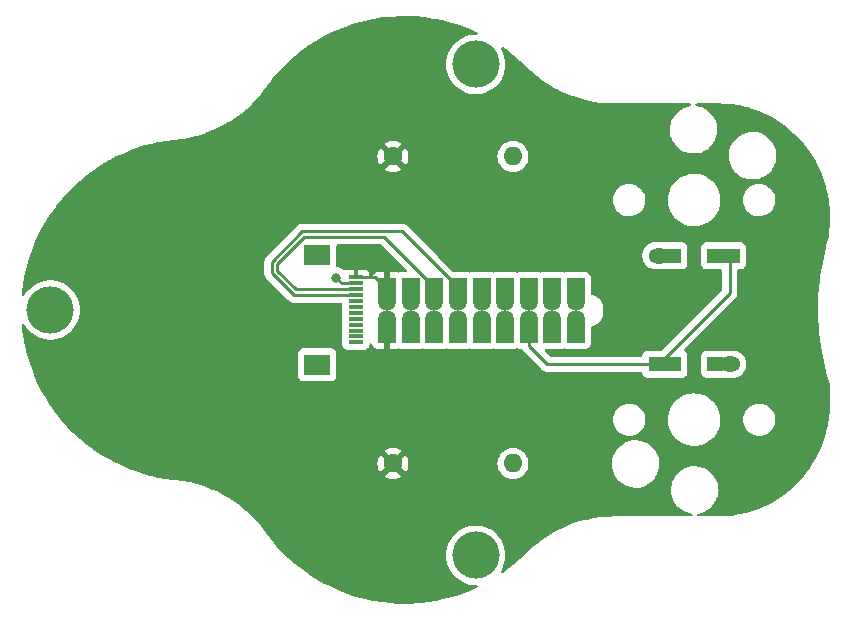
<source format=gbr>
%TF.GenerationSoftware,KiCad,Pcbnew,(6.0.6)*%
%TF.CreationDate,2022-07-28T22:42:36-07:00*%
%TF.ProjectId,right_thumb_routed,72696768-745f-4746-9875-6d625f726f75,v1.0.0*%
%TF.SameCoordinates,Original*%
%TF.FileFunction,Copper,L1,Top*%
%TF.FilePolarity,Positive*%
%FSLAX46Y46*%
G04 Gerber Fmt 4.6, Leading zero omitted, Abs format (unit mm)*
G04 Created by KiCad (PCBNEW (6.0.6)) date 2022-07-28 22:42:36*
%MOMM*%
%LPD*%
G01*
G04 APERTURE LIST*
%TA.AperFunction,ComponentPad*%
%ADD10C,1.600000*%
%TD*%
%TA.AperFunction,ComponentPad*%
%ADD11O,1.600000X1.600000*%
%TD*%
%TA.AperFunction,ComponentPad*%
%ADD12C,0.500000*%
%TD*%
%TA.AperFunction,ComponentPad*%
%ADD13C,4.000000*%
%TD*%
%TA.AperFunction,SMDPad,CuDef*%
%ADD14R,1.300000X0.300000*%
%TD*%
%TA.AperFunction,SMDPad,CuDef*%
%ADD15R,2.200000X1.800000*%
%TD*%
%TA.AperFunction,ComponentPad*%
%ADD16C,1.500000*%
%TD*%
%TA.AperFunction,SMDPad,CuDef*%
%ADD17R,1.500000X2.000000*%
%TD*%
%TA.AperFunction,SMDPad,CuDef*%
%ADD18R,1.400000X1.300000*%
%TD*%
%TA.AperFunction,ComponentPad*%
%ADD19R,1.778000X1.300000*%
%TD*%
%TA.AperFunction,ComponentPad*%
%ADD20O,1.778000X1.300000*%
%TD*%
%TA.AperFunction,ViaPad*%
%ADD21C,0.800000*%
%TD*%
%TA.AperFunction,Conductor*%
%ADD22C,0.250000*%
%TD*%
G04 APERTURE END LIST*
D10*
%TO.P,R1,1*%
%TO.N,VCC*%
X64500000Y-39100000D03*
D11*
%TO.P,R1,2*%
%TO.N,SDA*%
X74660000Y-39100000D03*
%TD*%
D12*
%TO.P,H15,1*%
%TO.N,GND*%
X72560000Y-73944610D03*
X71500000Y-74384610D03*
X71500000Y-71384610D03*
X70000000Y-72884610D03*
X73000000Y-72884610D03*
D13*
X71500000Y-72884610D03*
D12*
X72560000Y-71824610D03*
X70440000Y-71824610D03*
X70440000Y-73944610D03*
%TD*%
D14*
%TO.P,J5,1*%
%TO.N,VCC*%
X61350000Y-49350000D03*
%TO.P,J5,2*%
%TO.N,GND*%
X61350000Y-49850000D03*
%TO.P,J5,3*%
%TO.N,SDA*%
X61350000Y-50350000D03*
%TO.P,J5,4*%
%TO.N,SCL*%
X61350000Y-50850000D03*
%TO.P,J5,5*%
%TO.N,N/C*%
X61350000Y-51350000D03*
%TO.P,J5,6*%
X61350000Y-51850000D03*
%TO.P,J5,7*%
X61350000Y-52350000D03*
%TO.P,J5,8*%
X61350000Y-52850000D03*
%TO.P,J5,9*%
X61350000Y-53350000D03*
%TO.P,J5,10*%
X61350000Y-53850000D03*
%TO.P,J5,11*%
X61350000Y-54350000D03*
%TO.P,J5,12*%
X61350000Y-54850000D03*
D15*
%TO.P,J5,MP*%
X58100000Y-56750000D03*
X58100000Y-47450000D03*
%TD*%
D12*
%TO.P,H14,1*%
%TO.N,GND*%
X70000000Y-31315390D03*
X72560000Y-30255390D03*
X73000000Y-31315390D03*
D13*
X71500000Y-31315390D03*
D12*
X72560000Y-32375390D03*
X71500000Y-29815390D03*
X70440000Y-32375390D03*
X70440000Y-30255390D03*
X71500000Y-32815390D03*
%TD*%
D16*
%TO.P,J6,1*%
%TO.N,VCC*%
X64000000Y-52900000D03*
D17*
X64000000Y-53900000D03*
X64000000Y-50400000D03*
D16*
X64000000Y-51400000D03*
%TO.P,J6,2*%
%TO.N,GND*%
X66000000Y-52900000D03*
D17*
X66000000Y-50400000D03*
X66000000Y-53900000D03*
D16*
X66000000Y-51400000D03*
%TO.P,J6,3*%
%TO.N,SDA*%
X68000000Y-51400000D03*
D17*
X68000000Y-53900000D03*
X68000000Y-50400000D03*
D16*
X68000000Y-52900000D03*
D17*
%TO.P,J6,4*%
%TO.N,SCL*%
X70000000Y-50400000D03*
D16*
X70000000Y-52900000D03*
X70000000Y-51400000D03*
D17*
X70000000Y-53900000D03*
%TO.P,J6,5*%
%TO.N,C1*%
X72000000Y-50400000D03*
X72000000Y-53900000D03*
D16*
X72000000Y-52900000D03*
X72000000Y-51400000D03*
D17*
%TO.P,J6,6*%
%TO.N,C2*%
X74000000Y-50400000D03*
D16*
X74000000Y-51400000D03*
D17*
X74000000Y-53900000D03*
D16*
X74000000Y-52900000D03*
D17*
%TO.P,J6,7*%
%TO.N,R4*%
X76000000Y-50400000D03*
D16*
X76000000Y-52900000D03*
D17*
X76000000Y-53900000D03*
D16*
X76000000Y-51400000D03*
%TO.P,J6,8*%
%TO.N,R5*%
X78000000Y-52900000D03*
D17*
X78000000Y-50400000D03*
D16*
X78000000Y-51400000D03*
D17*
X78000000Y-53900000D03*
D16*
%TO.P,J6,9*%
%TO.N,N/C*%
X80000000Y-52900000D03*
D17*
X80000000Y-50400000D03*
X80000000Y-53900000D03*
D16*
X80000000Y-51400000D03*
%TD*%
D18*
%TO.P,D17,1*%
%TO.N,R4*%
X91775000Y-47500000D03*
D19*
X93000000Y-47500000D03*
D18*
%TO.P,D17,2*%
%TO.N,c2_r4*%
X88225000Y-47500000D03*
D20*
X87000000Y-47500000D03*
%TD*%
D10*
%TO.P,R2,1*%
%TO.N,VCC*%
X64500000Y-65100000D03*
D11*
%TO.P,R2,2*%
%TO.N,SCL*%
X74660000Y-65100000D03*
%TD*%
D12*
%TO.P,H13,1*%
%TO.N,GND*%
X35500000Y-53600000D03*
X35500000Y-50600000D03*
X34440000Y-51040000D03*
D13*
X35500000Y-52100000D03*
D12*
X36560000Y-53160000D03*
X34440000Y-53160000D03*
X36560000Y-51040000D03*
X34000000Y-52100000D03*
X37000000Y-52100000D03*
%TD*%
D18*
%TO.P,D16,1*%
%TO.N,R4*%
X88225000Y-56700000D03*
D19*
X87000000Y-56700000D03*
D18*
%TO.P,D16,2*%
%TO.N,c1_r4*%
X91775000Y-56700000D03*
D20*
X93000000Y-56700000D03*
%TD*%
D21*
%TO.N,GND*%
X59712299Y-49412299D03*
%TD*%
D22*
%TO.N,R4*%
X93000000Y-50700000D02*
X87000000Y-56700000D01*
X93000000Y-47500000D02*
X93000000Y-50700000D01*
X76000000Y-55150000D02*
X76000000Y-53149500D01*
X87000000Y-56700000D02*
X77550000Y-56700000D01*
X77550000Y-56700000D02*
X76000000Y-55150000D01*
%TO.N,GND*%
X60150000Y-49850000D02*
X59712299Y-49412299D01*
X61350000Y-49850000D02*
X60150000Y-49850000D01*
%TO.N,VCC*%
X61350000Y-49350000D02*
X62950000Y-49350000D01*
X62950000Y-49350000D02*
X64000000Y-50400000D01*
%TO.N,SDA*%
X57000000Y-45900000D02*
X63750000Y-45900000D01*
X68000000Y-50150000D02*
X68000000Y-50400000D01*
X63750000Y-45900000D02*
X68000000Y-50150000D01*
X56250000Y-50350000D02*
X54700000Y-48800000D01*
X54700000Y-48800000D02*
X54700000Y-48200000D01*
X61350000Y-50350000D02*
X56250000Y-50350000D01*
X54700000Y-48200000D02*
X57000000Y-45900000D01*
%TO.N,SCL*%
X56813811Y-45450499D02*
X65300499Y-45450499D01*
X54250499Y-48013811D02*
X56813811Y-45450499D01*
X56114310Y-50850000D02*
X54250499Y-48986189D01*
X61350000Y-50850000D02*
X56114310Y-50850000D01*
X54250499Y-48986189D02*
X54250499Y-48013811D01*
X65300499Y-45450499D02*
X70000000Y-50150000D01*
X70000000Y-50150000D02*
X70000000Y-50400000D01*
%TD*%
%TA.AperFunction,Conductor*%
%TO.N,VCC*%
G36*
X65807148Y-27219536D02*
G01*
X66050117Y-27230863D01*
X66542124Y-27253801D01*
X66548547Y-27254264D01*
X67039473Y-27302436D01*
X67280849Y-27326121D01*
X67287253Y-27326916D01*
X67467486Y-27353978D01*
X68014876Y-27436168D01*
X68021222Y-27437287D01*
X68742320Y-27583656D01*
X68748590Y-27585097D01*
X69461273Y-27768203D01*
X69467452Y-27769961D01*
X70169811Y-27989314D01*
X70175888Y-27991384D01*
X70520996Y-28118899D01*
X70866089Y-28246410D01*
X70872083Y-28248801D01*
X71548305Y-28538826D01*
X71554169Y-28541521D01*
X71607667Y-28567786D01*
X71660001Y-28615762D01*
X71678089Y-28684416D01*
X71656188Y-28751950D01*
X71601253Y-28796923D01*
X71552138Y-28806890D01*
X71342179Y-28806890D01*
X71029025Y-28846450D01*
X70723298Y-28924947D01*
X70719629Y-28926400D01*
X70719628Y-28926400D01*
X70433495Y-29039688D01*
X70433490Y-29039690D01*
X70429821Y-29041143D01*
X70153221Y-29193206D01*
X69897860Y-29378736D01*
X69667767Y-29594808D01*
X69466568Y-29838015D01*
X69297438Y-30104521D01*
X69295754Y-30108100D01*
X69295750Y-30108107D01*
X69286800Y-30127127D01*
X69163044Y-30390124D01*
X69065505Y-30690318D01*
X69006359Y-31000370D01*
X68986540Y-31315390D01*
X69006359Y-31630410D01*
X69065505Y-31940462D01*
X69066732Y-31944238D01*
X69130971Y-32141944D01*
X69163044Y-32240656D01*
X69164731Y-32244242D01*
X69164733Y-32244246D01*
X69295750Y-32522673D01*
X69295754Y-32522680D01*
X69297438Y-32526259D01*
X69466568Y-32792765D01*
X69667767Y-33035972D01*
X69897860Y-33252044D01*
X70153221Y-33437574D01*
X70156690Y-33439481D01*
X70156693Y-33439483D01*
X70425439Y-33587228D01*
X70429821Y-33589637D01*
X70433490Y-33591090D01*
X70433495Y-33591092D01*
X70719628Y-33704380D01*
X70723298Y-33705833D01*
X71029025Y-33784330D01*
X71342179Y-33823890D01*
X71657821Y-33823890D01*
X71970975Y-33784330D01*
X72276702Y-33705833D01*
X72280372Y-33704380D01*
X72566505Y-33591092D01*
X72566510Y-33591090D01*
X72570179Y-33589637D01*
X72574561Y-33587228D01*
X72843307Y-33439483D01*
X72843310Y-33439481D01*
X72846779Y-33437574D01*
X73102140Y-33252044D01*
X73332233Y-33035972D01*
X73533432Y-32792765D01*
X73702562Y-32526259D01*
X73704246Y-32522680D01*
X73704250Y-32522673D01*
X73835267Y-32244246D01*
X73835269Y-32244242D01*
X73836956Y-32240656D01*
X73869030Y-32141944D01*
X73933268Y-31944238D01*
X73934495Y-31940462D01*
X73993641Y-31630410D01*
X74013460Y-31315390D01*
X73993641Y-31000370D01*
X73934495Y-30690318D01*
X73836956Y-30390124D01*
X73713200Y-30127127D01*
X73704250Y-30108107D01*
X73704246Y-30108100D01*
X73702562Y-30104521D01*
X73653916Y-30027867D01*
X73634303Y-29959633D01*
X73654694Y-29891628D01*
X73708614Y-29845442D01*
X73778945Y-29835740D01*
X73832486Y-29857081D01*
X74101226Y-30044932D01*
X74106419Y-30048763D01*
X74209707Y-30129138D01*
X74687146Y-30500666D01*
X74692104Y-30504733D01*
X75017378Y-30785738D01*
X75248907Y-30985757D01*
X75253681Y-30990100D01*
X75751882Y-31467172D01*
X75767667Y-31485503D01*
X75774995Y-31495882D01*
X75779175Y-31500199D01*
X75779334Y-31500419D01*
X75779549Y-31500585D01*
X75783727Y-31504901D01*
X75787613Y-31507837D01*
X75791257Y-31511062D01*
X75791212Y-31511112D01*
X75796226Y-31515371D01*
X75916981Y-31630410D01*
X76213565Y-31912954D01*
X76665019Y-32296910D01*
X76666419Y-32297970D01*
X76666428Y-32297978D01*
X76924544Y-32493546D01*
X77137392Y-32654816D01*
X77138861Y-32655804D01*
X77138864Y-32655806D01*
X77222235Y-32711871D01*
X77629183Y-32985534D01*
X77630729Y-32986451D01*
X77630736Y-32986456D01*
X78126388Y-33280629D01*
X78138829Y-33288013D01*
X78140380Y-33288819D01*
X78140398Y-33288829D01*
X78420644Y-33434460D01*
X78664711Y-33561291D01*
X79205157Y-33804501D01*
X79433646Y-33892201D01*
X79756781Y-34016229D01*
X79756788Y-34016231D01*
X79758449Y-34016869D01*
X80322830Y-34197721D01*
X80324551Y-34198167D01*
X80324557Y-34198169D01*
X80505773Y-34245160D01*
X80896505Y-34346481D01*
X80898234Y-34346827D01*
X80898244Y-34346829D01*
X81187508Y-34404664D01*
X81477651Y-34462676D01*
X82064422Y-34545939D01*
X82654953Y-34596003D01*
X82656714Y-34596053D01*
X82656720Y-34596053D01*
X83217366Y-34611864D01*
X83225139Y-34612611D01*
X83225164Y-34612333D01*
X83230010Y-34612768D01*
X83234814Y-34613576D01*
X83241307Y-34613655D01*
X83242506Y-34613670D01*
X83242509Y-34613670D01*
X83247366Y-34613729D01*
X83274990Y-34609773D01*
X83292852Y-34608500D01*
X89636261Y-34608500D01*
X89704382Y-34628502D01*
X89750875Y-34682158D01*
X89760979Y-34752432D01*
X89731485Y-34817012D01*
X89671759Y-34855396D01*
X89662457Y-34857747D01*
X89395030Y-34914591D01*
X89390901Y-34916094D01*
X89390897Y-34916095D01*
X89135219Y-35009154D01*
X89135215Y-35009156D01*
X89131074Y-35010663D01*
X88883058Y-35142536D01*
X88879499Y-35145122D01*
X88879497Y-35145123D01*
X88698537Y-35276598D01*
X88655808Y-35307642D01*
X88453748Y-35502769D01*
X88280812Y-35724118D01*
X88278616Y-35727922D01*
X88278611Y-35727929D01*
X88164794Y-35925067D01*
X88140364Y-35967381D01*
X88035138Y-36227824D01*
X88034073Y-36232097D01*
X88034072Y-36232099D01*
X88000379Y-36367236D01*
X87967183Y-36500376D01*
X87966724Y-36504744D01*
X87966723Y-36504749D01*
X87938281Y-36775364D01*
X87937822Y-36779733D01*
X87937975Y-36784121D01*
X87937975Y-36784127D01*
X87941343Y-36880560D01*
X87947625Y-37060458D01*
X87948387Y-37064781D01*
X87948388Y-37064788D01*
X87972164Y-37199624D01*
X87996402Y-37337087D01*
X88083203Y-37604235D01*
X88085131Y-37608188D01*
X88085133Y-37608193D01*
X88119893Y-37679461D01*
X88206340Y-37856702D01*
X88208795Y-37860341D01*
X88208798Y-37860347D01*
X88254383Y-37927929D01*
X88363415Y-38089576D01*
X88551371Y-38298322D01*
X88766550Y-38478879D01*
X89004764Y-38627731D01*
X89167927Y-38700376D01*
X89246729Y-38735461D01*
X89261375Y-38741982D01*
X89531390Y-38819407D01*
X89535740Y-38820018D01*
X89535743Y-38820019D01*
X89638690Y-38834487D01*
X89809552Y-38858500D01*
X90020146Y-38858500D01*
X90022332Y-38858347D01*
X90022336Y-38858347D01*
X90225827Y-38844118D01*
X90225832Y-38844117D01*
X90230212Y-38843811D01*
X90504970Y-38785409D01*
X90509099Y-38783906D01*
X90509103Y-38783905D01*
X90764781Y-38690846D01*
X90764785Y-38690844D01*
X90768926Y-38689337D01*
X91016942Y-38557464D01*
X91067081Y-38521036D01*
X91240629Y-38394947D01*
X91240632Y-38394944D01*
X91244192Y-38392358D01*
X91248924Y-38387789D01*
X91381034Y-38260211D01*
X91446252Y-38197231D01*
X91619188Y-37975882D01*
X91621384Y-37972078D01*
X91621389Y-37972071D01*
X91757435Y-37736431D01*
X91759636Y-37732619D01*
X91864862Y-37472176D01*
X91865928Y-37467901D01*
X91931753Y-37203893D01*
X91931754Y-37203888D01*
X91932817Y-37199624D01*
X91934481Y-37183799D01*
X91961719Y-36924636D01*
X91961719Y-36924633D01*
X91962178Y-36920267D01*
X91962025Y-36915873D01*
X91952529Y-36643939D01*
X91952528Y-36643933D01*
X91952375Y-36639542D01*
X91928608Y-36504749D01*
X91904360Y-36367236D01*
X91903598Y-36362913D01*
X91816797Y-36095765D01*
X91693660Y-35843298D01*
X91691205Y-35839659D01*
X91691202Y-35839653D01*
X91602004Y-35707412D01*
X91536585Y-35610424D01*
X91348629Y-35401678D01*
X91133450Y-35221121D01*
X90895236Y-35072269D01*
X90638625Y-34958018D01*
X90459632Y-34906693D01*
X90372837Y-34881805D01*
X90372836Y-34881805D01*
X90368610Y-34880593D01*
X90364260Y-34879982D01*
X90364257Y-34879981D01*
X90216917Y-34859274D01*
X90152243Y-34829986D01*
X90113670Y-34770382D01*
X90113445Y-34699386D01*
X90151639Y-34639538D01*
X90216126Y-34609840D01*
X90234453Y-34608500D01*
X91950633Y-34608500D01*
X91970018Y-34610000D01*
X91984851Y-34612310D01*
X91984855Y-34612310D01*
X91993724Y-34613691D01*
X92002626Y-34612527D01*
X92002628Y-34612527D01*
X92010424Y-34611507D01*
X92016837Y-34610669D01*
X92037129Y-34609667D01*
X92592018Y-34627105D01*
X92599918Y-34627602D01*
X92935516Y-34659325D01*
X93185666Y-34682971D01*
X93193501Y-34683961D01*
X93774624Y-34776002D01*
X93782392Y-34777485D01*
X94356582Y-34905832D01*
X94364249Y-34907800D01*
X94532930Y-34956806D01*
X94929245Y-35071946D01*
X94936748Y-35074384D01*
X95490344Y-35273690D01*
X95497672Y-35276592D01*
X96037663Y-35510267D01*
X96044795Y-35513623D01*
X96425128Y-35707412D01*
X96569036Y-35780737D01*
X96575972Y-35784550D01*
X97082394Y-36084047D01*
X97089077Y-36088289D01*
X97575698Y-36418996D01*
X97582100Y-36423648D01*
X97881017Y-36655512D01*
X98046976Y-36784243D01*
X98053075Y-36789288D01*
X98494414Y-37178380D01*
X98500184Y-37183799D01*
X98916201Y-37599816D01*
X98921620Y-37605586D01*
X99310712Y-38046925D01*
X99315757Y-38053024D01*
X99568282Y-38378576D01*
X99676351Y-38517898D01*
X99681004Y-38524302D01*
X100011711Y-39010923D01*
X100015953Y-39017606D01*
X100315450Y-39524028D01*
X100319263Y-39530964D01*
X100331115Y-39554225D01*
X100586377Y-40055205D01*
X100589733Y-40062337D01*
X100823408Y-40602328D01*
X100826310Y-40609656D01*
X101025612Y-41163239D01*
X101028054Y-41170755D01*
X101093280Y-41395265D01*
X101192200Y-41735751D01*
X101194168Y-41743418D01*
X101322515Y-42317608D01*
X101323998Y-42325376D01*
X101410188Y-42869553D01*
X101416038Y-42906490D01*
X101417029Y-42914334D01*
X101433915Y-43092967D01*
X101472398Y-43500082D01*
X101472895Y-43507982D01*
X101490095Y-44055300D01*
X101488657Y-44078642D01*
X101487690Y-44084850D01*
X101487690Y-44084855D01*
X101486309Y-44093724D01*
X101487473Y-44102626D01*
X101487473Y-44102628D01*
X101490436Y-44125283D01*
X101491500Y-44141621D01*
X101491500Y-44369489D01*
X101490000Y-44388874D01*
X101487690Y-44403707D01*
X101487690Y-44403711D01*
X101486309Y-44412580D01*
X101487473Y-44421481D01*
X101487473Y-44421486D01*
X101489501Y-44436990D01*
X101490523Y-44456590D01*
X101478863Y-44906893D01*
X101478525Y-44913408D01*
X101440899Y-45396860D01*
X101440225Y-45403349D01*
X101377620Y-45884239D01*
X101376610Y-45890685D01*
X101289205Y-46367652D01*
X101287864Y-46374036D01*
X101188731Y-46791729D01*
X101186503Y-46801116D01*
X101178670Y-46824035D01*
X101173424Y-46835607D01*
X101171814Y-46841398D01*
X101171705Y-46841647D01*
X101171670Y-46841917D01*
X101170062Y-46847702D01*
X101169496Y-46852528D01*
X101168671Y-46856732D01*
X101167470Y-46862202D01*
X100972448Y-47664928D01*
X100971541Y-47668662D01*
X100971284Y-47669947D01*
X100809784Y-48478453D01*
X100806099Y-48496902D01*
X100805895Y-48498197D01*
X100805895Y-48498199D01*
X100675157Y-49329576D01*
X100674893Y-49331252D01*
X100674746Y-49332530D01*
X100674744Y-49332542D01*
X100640209Y-49632045D01*
X100578144Y-50170295D01*
X100516018Y-51012610D01*
X100515976Y-51013894D01*
X100515976Y-51013900D01*
X100488680Y-51854865D01*
X100488618Y-51856768D01*
X100488629Y-51858043D01*
X100488629Y-51858054D01*
X100490623Y-52086393D01*
X100495992Y-52701338D01*
X100496057Y-52702634D01*
X100496057Y-52702643D01*
X100500981Y-52801227D01*
X100538127Y-53544889D01*
X100538245Y-53546177D01*
X100538245Y-53546182D01*
X100599778Y-54219857D01*
X100614952Y-54385991D01*
X100615121Y-54387262D01*
X100615122Y-54387270D01*
X100641613Y-54586393D01*
X100726336Y-55223217D01*
X100726552Y-55224453D01*
X100726553Y-55224456D01*
X100870575Y-56046498D01*
X100872090Y-56055148D01*
X101051968Y-56880374D01*
X101052300Y-56881644D01*
X101052303Y-56881656D01*
X101264232Y-57692015D01*
X101265665Y-57697495D01*
X101266035Y-57698706D01*
X101266037Y-57698711D01*
X101328827Y-57903891D01*
X101416554Y-58190560D01*
X101485985Y-58417444D01*
X101491500Y-58454315D01*
X101491500Y-60050633D01*
X101490000Y-60070018D01*
X101487690Y-60084851D01*
X101487690Y-60084855D01*
X101486309Y-60093724D01*
X101489136Y-60115340D01*
X101489331Y-60116834D01*
X101490333Y-60137129D01*
X101472895Y-60692018D01*
X101472398Y-60699918D01*
X101422432Y-61228514D01*
X101417030Y-61285657D01*
X101416039Y-61293501D01*
X101323999Y-61874617D01*
X101322515Y-61882392D01*
X101194168Y-62456582D01*
X101192200Y-62464249D01*
X101141048Y-62640317D01*
X101028773Y-63026773D01*
X101028058Y-63029233D01*
X101025616Y-63036748D01*
X100826310Y-63590344D01*
X100823408Y-63597672D01*
X100589733Y-64137663D01*
X100586377Y-64144795D01*
X100408175Y-64494536D01*
X100319263Y-64669036D01*
X100315450Y-64675972D01*
X100015953Y-65182394D01*
X100011711Y-65189077D01*
X99681004Y-65675698D01*
X99676352Y-65682100D01*
X99479796Y-65935498D01*
X99315757Y-66146976D01*
X99310712Y-66153075D01*
X98921620Y-66594414D01*
X98916201Y-66600184D01*
X98500184Y-67016201D01*
X98494414Y-67021620D01*
X98053075Y-67410712D01*
X98046976Y-67415757D01*
X97866098Y-67556061D01*
X97582102Y-67776351D01*
X97575698Y-67781004D01*
X97089077Y-68111711D01*
X97082394Y-68115953D01*
X96575972Y-68415450D01*
X96569036Y-68419263D01*
X96044795Y-68686377D01*
X96037663Y-68689733D01*
X95497672Y-68923408D01*
X95490344Y-68926310D01*
X94936748Y-69125616D01*
X94929245Y-69128054D01*
X94725433Y-69187267D01*
X94364249Y-69292200D01*
X94356582Y-69294168D01*
X93782392Y-69422515D01*
X93774624Y-69423998D01*
X93193501Y-69516039D01*
X93185666Y-69517029D01*
X92935516Y-69540675D01*
X92599918Y-69572398D01*
X92592018Y-69572895D01*
X92044700Y-69590095D01*
X92021358Y-69588657D01*
X92015150Y-69587690D01*
X92015145Y-69587690D01*
X92006276Y-69586309D01*
X91997374Y-69587473D01*
X91997372Y-69587473D01*
X91982323Y-69589441D01*
X91974714Y-69590436D01*
X91958379Y-69591500D01*
X90363739Y-69591500D01*
X90295618Y-69571498D01*
X90249125Y-69517842D01*
X90239021Y-69447568D01*
X90268515Y-69382988D01*
X90328241Y-69344604D01*
X90337542Y-69342253D01*
X90563762Y-69294168D01*
X90604970Y-69285409D01*
X90609099Y-69283906D01*
X90609103Y-69283905D01*
X90864781Y-69190846D01*
X90864785Y-69190844D01*
X90868926Y-69189337D01*
X91116942Y-69057464D01*
X91221896Y-68981211D01*
X91340629Y-68894947D01*
X91340632Y-68894944D01*
X91344192Y-68892358D01*
X91546252Y-68697231D01*
X91719188Y-68475882D01*
X91721384Y-68472078D01*
X91721389Y-68472071D01*
X91857435Y-68236431D01*
X91859636Y-68232619D01*
X91964862Y-67972176D01*
X91998544Y-67837087D01*
X92031753Y-67703893D01*
X92031754Y-67703888D01*
X92032817Y-67699624D01*
X92057397Y-67465761D01*
X92061719Y-67424636D01*
X92061719Y-67424633D01*
X92062178Y-67420267D01*
X92061936Y-67413326D01*
X92052529Y-67143939D01*
X92052528Y-67143933D01*
X92052375Y-67139542D01*
X92035387Y-67043194D01*
X92004360Y-66867236D01*
X92003598Y-66862913D01*
X91916797Y-66595765D01*
X91882084Y-66524592D01*
X91827665Y-66413019D01*
X91793660Y-66343298D01*
X91791205Y-66339659D01*
X91791202Y-66339653D01*
X91710935Y-66220653D01*
X91636585Y-66110424D01*
X91448629Y-65901678D01*
X91233450Y-65721121D01*
X90995236Y-65572269D01*
X90815376Y-65492190D01*
X90742639Y-65459805D01*
X90742637Y-65459804D01*
X90738625Y-65458018D01*
X90468610Y-65380593D01*
X90464260Y-65379982D01*
X90464257Y-65379981D01*
X90354088Y-65364498D01*
X90190448Y-65341500D01*
X89979854Y-65341500D01*
X89977668Y-65341653D01*
X89977664Y-65341653D01*
X89774173Y-65355882D01*
X89774168Y-65355883D01*
X89769788Y-65356189D01*
X89495030Y-65414591D01*
X89490901Y-65416094D01*
X89490897Y-65416095D01*
X89235219Y-65509154D01*
X89235215Y-65509156D01*
X89231074Y-65510663D01*
X88983058Y-65642536D01*
X88979499Y-65645122D01*
X88979497Y-65645123D01*
X88819652Y-65761257D01*
X88755808Y-65807642D01*
X88752644Y-65810698D01*
X88752641Y-65810700D01*
X88741536Y-65821424D01*
X88553748Y-66002769D01*
X88380812Y-66224118D01*
X88378616Y-66227922D01*
X88378611Y-66227929D01*
X88283396Y-66392848D01*
X88240364Y-66467381D01*
X88135138Y-66727824D01*
X88134073Y-66732097D01*
X88134072Y-66732099D01*
X88085876Y-66925404D01*
X88067183Y-67000376D01*
X88066724Y-67004744D01*
X88066723Y-67004749D01*
X88043248Y-67228108D01*
X88037822Y-67279733D01*
X88037975Y-67284121D01*
X88037975Y-67284127D01*
X88047048Y-67543931D01*
X88047625Y-67560458D01*
X88048387Y-67564781D01*
X88048388Y-67564788D01*
X88072164Y-67699624D01*
X88096402Y-67837087D01*
X88183203Y-68104235D01*
X88306340Y-68356702D01*
X88308795Y-68360341D01*
X88308798Y-68360347D01*
X88319284Y-68375893D01*
X88463415Y-68589576D01*
X88651371Y-68798322D01*
X88866550Y-68978879D01*
X89104764Y-69127731D01*
X89361375Y-69241982D01*
X89365603Y-69243194D01*
X89365602Y-69243194D01*
X89543371Y-69294168D01*
X89631390Y-69319407D01*
X89635740Y-69320018D01*
X89635743Y-69320019D01*
X89783083Y-69340726D01*
X89847757Y-69370014D01*
X89886330Y-69429618D01*
X89886555Y-69500614D01*
X89848361Y-69560462D01*
X89783874Y-69590160D01*
X89765547Y-69591500D01*
X83300616Y-69591500D01*
X83279711Y-69589754D01*
X83264710Y-69587230D01*
X83264707Y-69587230D01*
X83259918Y-69586424D01*
X83253921Y-69586351D01*
X83252234Y-69586330D01*
X83252230Y-69586330D01*
X83247366Y-69586271D01*
X83242543Y-69586961D01*
X83237700Y-69587277D01*
X83237694Y-69587187D01*
X83231523Y-69587714D01*
X82811758Y-69599553D01*
X82656719Y-69603925D01*
X82656713Y-69603925D01*
X82654952Y-69603975D01*
X82064420Y-69654039D01*
X81477648Y-69737302D01*
X81187499Y-69795315D01*
X80898239Y-69853150D01*
X80898229Y-69853152D01*
X80896500Y-69853498D01*
X80609662Y-69927878D01*
X80324551Y-70001810D01*
X80324545Y-70001812D01*
X80322824Y-70002258D01*
X79758442Y-70183110D01*
X79205148Y-70395479D01*
X79203554Y-70396196D01*
X79203538Y-70396203D01*
X78891464Y-70536642D01*
X78664701Y-70638689D01*
X78138818Y-70911968D01*
X78137284Y-70912878D01*
X78137274Y-70912884D01*
X77918793Y-71042555D01*
X77629171Y-71214448D01*
X77627708Y-71215432D01*
X77627703Y-71215435D01*
X77138851Y-71544176D01*
X77137379Y-71545166D01*
X77135976Y-71546229D01*
X76666414Y-71902005D01*
X76666405Y-71902013D01*
X76665005Y-71903073D01*
X76213551Y-72287030D01*
X76212277Y-72288244D01*
X76212260Y-72288259D01*
X75806182Y-72675115D01*
X75800162Y-72680085D01*
X75800359Y-72680319D01*
X75796633Y-72683457D01*
X75792676Y-72686297D01*
X75788394Y-72690509D01*
X75788175Y-72690670D01*
X75788010Y-72690886D01*
X75783727Y-72695099D01*
X75780823Y-72699006D01*
X75780822Y-72699007D01*
X75771386Y-72711702D01*
X75757408Y-72727538D01*
X75253681Y-73209901D01*
X75248907Y-73214244D01*
X74692105Y-73695268D01*
X74687147Y-73699335D01*
X74106416Y-74151241D01*
X74101235Y-74155062D01*
X73832487Y-74342919D01*
X73765195Y-74365553D01*
X73696349Y-74348213D01*
X73647806Y-74296404D01*
X73634980Y-74226575D01*
X73653915Y-74172134D01*
X73700438Y-74098826D01*
X73700438Y-74098825D01*
X73702562Y-74095479D01*
X73704246Y-74091900D01*
X73704250Y-74091893D01*
X73835267Y-73813466D01*
X73835269Y-73813462D01*
X73836956Y-73809876D01*
X73934495Y-73509682D01*
X73993641Y-73199630D01*
X74013460Y-72884610D01*
X73993641Y-72569590D01*
X73934495Y-72259538D01*
X73836956Y-71959344D01*
X73810477Y-71903073D01*
X73704250Y-71677327D01*
X73704246Y-71677320D01*
X73702562Y-71673741D01*
X73533432Y-71407235D01*
X73332233Y-71164028D01*
X73102140Y-70947956D01*
X72846779Y-70762426D01*
X72693905Y-70678382D01*
X72573648Y-70612270D01*
X72573647Y-70612269D01*
X72570179Y-70610363D01*
X72566510Y-70608910D01*
X72566505Y-70608908D01*
X72280372Y-70495620D01*
X72280371Y-70495620D01*
X72276702Y-70494167D01*
X71970975Y-70415670D01*
X71657821Y-70376110D01*
X71342179Y-70376110D01*
X71029025Y-70415670D01*
X70723298Y-70494167D01*
X70719629Y-70495620D01*
X70719628Y-70495620D01*
X70433495Y-70608908D01*
X70433490Y-70608910D01*
X70429821Y-70610363D01*
X70426353Y-70612269D01*
X70426352Y-70612270D01*
X70306096Y-70678382D01*
X70153221Y-70762426D01*
X69897860Y-70947956D01*
X69667767Y-71164028D01*
X69466568Y-71407235D01*
X69297438Y-71673741D01*
X69295754Y-71677320D01*
X69295750Y-71677327D01*
X69189523Y-71903073D01*
X69163044Y-71959344D01*
X69065505Y-72259538D01*
X69006359Y-72569590D01*
X68986540Y-72884610D01*
X69006359Y-73199630D01*
X69065505Y-73509682D01*
X69163044Y-73809876D01*
X69164731Y-73813462D01*
X69164733Y-73813466D01*
X69295750Y-74091893D01*
X69295754Y-74091900D01*
X69297438Y-74095479D01*
X69466568Y-74361985D01*
X69469093Y-74365037D01*
X69645647Y-74578453D01*
X69667767Y-74605192D01*
X69897860Y-74821264D01*
X70153221Y-75006794D01*
X70429821Y-75158857D01*
X70433490Y-75160310D01*
X70433495Y-75160312D01*
X70688069Y-75261105D01*
X70723298Y-75275053D01*
X71029025Y-75353550D01*
X71342179Y-75393110D01*
X71552140Y-75393110D01*
X71620261Y-75413112D01*
X71666754Y-75466768D01*
X71676858Y-75537042D01*
X71647364Y-75601622D01*
X71607669Y-75632214D01*
X71554169Y-75658480D01*
X71548305Y-75661175D01*
X70872083Y-75951200D01*
X70866089Y-75953591D01*
X70542116Y-76073298D01*
X70175888Y-76208617D01*
X70169811Y-76210687D01*
X69467452Y-76430040D01*
X69461273Y-76431798D01*
X68748590Y-76614904D01*
X68742320Y-76616345D01*
X68139499Y-76738706D01*
X68021222Y-76762714D01*
X68014876Y-76763833D01*
X67552291Y-76833290D01*
X67287253Y-76873085D01*
X67280849Y-76873880D01*
X67039473Y-76897565D01*
X66548547Y-76945737D01*
X66542124Y-76946200D01*
X66050117Y-76969138D01*
X65807148Y-76980465D01*
X65800695Y-76980601D01*
X65472036Y-76979076D01*
X65064880Y-76977187D01*
X65058437Y-76976991D01*
X64955523Y-76971236D01*
X64323811Y-76935909D01*
X64317379Y-76935384D01*
X63737853Y-76873085D01*
X63585792Y-76856738D01*
X63579405Y-76855886D01*
X62852816Y-76739885D01*
X62846474Y-76738706D01*
X62126760Y-76585651D01*
X62120493Y-76584149D01*
X61409565Y-76394444D01*
X61403407Y-76392631D01*
X60836310Y-76209730D01*
X60703126Y-76166775D01*
X60697037Y-76164638D01*
X60441392Y-76067473D01*
X60009215Y-75903213D01*
X60003283Y-75900782D01*
X59329765Y-75604488D01*
X59323943Y-75601747D01*
X58985695Y-75431769D01*
X58666475Y-75271353D01*
X58660785Y-75268308D01*
X58021149Y-74904714D01*
X58015622Y-74901383D01*
X57395383Y-74505478D01*
X57390033Y-74501867D01*
X56790895Y-74074734D01*
X56785762Y-74070872D01*
X56209295Y-73613634D01*
X56204343Y-73609496D01*
X55652025Y-73123323D01*
X55647292Y-73118936D01*
X55120621Y-72605150D01*
X55116118Y-72600527D01*
X54616423Y-72060425D01*
X54612163Y-72055577D01*
X54453730Y-71865688D01*
X54140776Y-71490595D01*
X54136776Y-71485543D01*
X54112338Y-71452999D01*
X53788132Y-71021270D01*
X53722581Y-70933978D01*
X53709979Y-70913330D01*
X53706549Y-70906262D01*
X53706547Y-70906259D01*
X53704425Y-70901886D01*
X53701002Y-70896950D01*
X53700880Y-70896706D01*
X53700694Y-70896506D01*
X53697272Y-70891571D01*
X53693922Y-70888052D01*
X53690845Y-70884273D01*
X53690933Y-70884201D01*
X53687247Y-70879859D01*
X53335368Y-70414162D01*
X53335367Y-70414161D01*
X53334292Y-70412738D01*
X52985567Y-70002258D01*
X52946441Y-69956203D01*
X52946435Y-69956196D01*
X52945281Y-69954838D01*
X52848693Y-69853498D01*
X52531995Y-69521218D01*
X52531988Y-69521211D01*
X52530747Y-69519909D01*
X52528539Y-69517842D01*
X52093363Y-69110609D01*
X52093361Y-69110607D01*
X52092041Y-69109372D01*
X51630599Y-68724570D01*
X51597843Y-68700287D01*
X51522107Y-68644143D01*
X51147927Y-68366757D01*
X51146426Y-68365772D01*
X51146416Y-68365765D01*
X50647102Y-68038089D01*
X50647101Y-68038088D01*
X50645601Y-68037104D01*
X50644050Y-68036208D01*
X50644041Y-68036203D01*
X50444070Y-67920750D01*
X50125263Y-67736687D01*
X49588612Y-67466487D01*
X49586948Y-67465765D01*
X49586939Y-67465761D01*
X49249616Y-67319440D01*
X49037401Y-67227387D01*
X49035718Y-67226769D01*
X49035709Y-67226765D01*
X48646898Y-67083905D01*
X48473431Y-67020168D01*
X47898543Y-66845507D01*
X47314616Y-66703974D01*
X47312841Y-66703650D01*
X47312837Y-66703649D01*
X47200353Y-66683107D01*
X46723557Y-66596032D01*
X46156077Y-66525605D01*
X46148502Y-66524429D01*
X46144570Y-66523696D01*
X46139867Y-66522437D01*
X46133893Y-66521795D01*
X46133631Y-66521728D01*
X46133361Y-66521737D01*
X46127386Y-66521095D01*
X46122530Y-66521325D01*
X46122529Y-66521325D01*
X46119631Y-66521462D01*
X46106789Y-66522071D01*
X46085653Y-66521294D01*
X45770176Y-66483002D01*
X45385220Y-66436277D01*
X45378765Y-66435323D01*
X44645980Y-66307593D01*
X44639584Y-66306307D01*
X44112658Y-66186062D01*
X63778493Y-66186062D01*
X63787789Y-66198077D01*
X63838994Y-66233931D01*
X63848489Y-66239414D01*
X64045947Y-66331490D01*
X64056239Y-66335236D01*
X64266688Y-66391625D01*
X64277481Y-66393528D01*
X64494525Y-66412517D01*
X64505475Y-66412517D01*
X64722519Y-66393528D01*
X64733312Y-66391625D01*
X64943761Y-66335236D01*
X64954053Y-66331490D01*
X65151511Y-66239414D01*
X65161006Y-66233931D01*
X65213048Y-66197491D01*
X65221424Y-66187012D01*
X65214356Y-66173566D01*
X64512812Y-65472022D01*
X64498868Y-65464408D01*
X64497035Y-65464539D01*
X64490420Y-65468790D01*
X63784923Y-66174287D01*
X63778493Y-66186062D01*
X44112658Y-66186062D01*
X44061059Y-66174287D01*
X43914360Y-66140810D01*
X43908056Y-66139198D01*
X43192373Y-65936384D01*
X43186165Y-65934449D01*
X42481960Y-65694867D01*
X42475840Y-65692607D01*
X42325890Y-65632764D01*
X41784948Y-65416882D01*
X41778977Y-65414317D01*
X41108230Y-65105475D01*
X63187483Y-65105475D01*
X63206472Y-65322519D01*
X63208375Y-65333312D01*
X63264764Y-65543761D01*
X63268510Y-65554053D01*
X63360586Y-65751511D01*
X63366069Y-65761006D01*
X63402509Y-65813048D01*
X63412988Y-65821424D01*
X63426434Y-65814356D01*
X64127978Y-65112812D01*
X64134356Y-65101132D01*
X64864408Y-65101132D01*
X64864539Y-65102965D01*
X64868790Y-65109580D01*
X65574287Y-65815077D01*
X65586062Y-65821507D01*
X65598077Y-65812211D01*
X65633931Y-65761006D01*
X65639414Y-65751511D01*
X65731490Y-65554053D01*
X65735236Y-65543761D01*
X65791625Y-65333312D01*
X65793528Y-65322519D01*
X65812517Y-65105475D01*
X65812517Y-65100000D01*
X73346502Y-65100000D01*
X73366457Y-65328087D01*
X73367881Y-65333400D01*
X73367881Y-65333402D01*
X73422952Y-65538926D01*
X73425716Y-65549243D01*
X73428039Y-65554224D01*
X73428039Y-65554225D01*
X73520151Y-65751762D01*
X73520154Y-65751767D01*
X73522477Y-65756749D01*
X73536138Y-65776259D01*
X73647639Y-65935498D01*
X73653802Y-65944300D01*
X73815700Y-66106198D01*
X73820208Y-66109355D01*
X73820211Y-66109357D01*
X73821735Y-66110424D01*
X74003251Y-66237523D01*
X74008233Y-66239846D01*
X74008238Y-66239849D01*
X74204765Y-66331490D01*
X74210757Y-66334284D01*
X74216065Y-66335706D01*
X74216067Y-66335707D01*
X74426598Y-66392119D01*
X74426600Y-66392119D01*
X74431913Y-66393543D01*
X74660000Y-66413498D01*
X74888087Y-66393543D01*
X74893400Y-66392119D01*
X74893402Y-66392119D01*
X75103933Y-66335707D01*
X75103935Y-66335706D01*
X75109243Y-66334284D01*
X75115235Y-66331490D01*
X75311762Y-66239849D01*
X75311767Y-66239846D01*
X75316749Y-66237523D01*
X75498265Y-66110424D01*
X75499789Y-66109357D01*
X75499792Y-66109355D01*
X75504300Y-66106198D01*
X75666198Y-65944300D01*
X75672362Y-65935498D01*
X75783862Y-65776259D01*
X75797523Y-65756749D01*
X75799846Y-65751767D01*
X75799849Y-65751762D01*
X75891961Y-65554225D01*
X75891961Y-65554224D01*
X75894284Y-65549243D01*
X75897049Y-65538926D01*
X75952119Y-65333402D01*
X75952119Y-65333400D01*
X75953543Y-65328087D01*
X75973498Y-65100000D01*
X75971725Y-65079733D01*
X83037822Y-65079733D01*
X83037975Y-65084121D01*
X83037975Y-65084127D01*
X83046495Y-65328087D01*
X83047625Y-65360458D01*
X83048387Y-65364781D01*
X83048388Y-65364788D01*
X83072164Y-65499624D01*
X83096402Y-65637087D01*
X83183203Y-65904235D01*
X83185131Y-65908188D01*
X83185133Y-65908193D01*
X83200544Y-65939789D01*
X83306340Y-66156702D01*
X83308795Y-66160341D01*
X83308798Y-66160347D01*
X83354383Y-66227929D01*
X83463415Y-66389576D01*
X83651371Y-66598322D01*
X83866550Y-66778879D01*
X84104764Y-66927731D01*
X84361375Y-67041982D01*
X84631390Y-67119407D01*
X84635740Y-67120018D01*
X84635743Y-67120019D01*
X84738690Y-67134487D01*
X84909552Y-67158500D01*
X85120146Y-67158500D01*
X85122332Y-67158347D01*
X85122336Y-67158347D01*
X85325827Y-67144118D01*
X85325832Y-67144117D01*
X85330212Y-67143811D01*
X85604970Y-67085409D01*
X85609099Y-67083906D01*
X85609103Y-67083905D01*
X85864781Y-66990846D01*
X85864785Y-66990844D01*
X85868926Y-66989337D01*
X86116942Y-66857464D01*
X86120503Y-66854877D01*
X86340629Y-66694947D01*
X86340632Y-66694944D01*
X86344192Y-66692358D01*
X86546252Y-66497231D01*
X86694851Y-66307032D01*
X86716481Y-66279347D01*
X86716482Y-66279346D01*
X86719188Y-66275882D01*
X86721384Y-66272078D01*
X86721389Y-66272071D01*
X86857435Y-66036431D01*
X86859636Y-66032619D01*
X86964862Y-65772176D01*
X86965928Y-65767901D01*
X87031753Y-65503893D01*
X87031754Y-65503888D01*
X87032817Y-65499624D01*
X87036519Y-65464408D01*
X87061719Y-65224636D01*
X87061719Y-65224633D01*
X87062178Y-65220267D01*
X87061089Y-65189077D01*
X87052529Y-64943939D01*
X87052528Y-64943933D01*
X87052375Y-64939542D01*
X87041417Y-64877393D01*
X87016390Y-64735461D01*
X87003598Y-64662913D01*
X86916797Y-64395765D01*
X86908414Y-64378576D01*
X86852320Y-64263569D01*
X86793660Y-64143298D01*
X86791205Y-64139659D01*
X86791202Y-64139653D01*
X86671695Y-63962477D01*
X86636585Y-63910424D01*
X86595473Y-63864764D01*
X86451566Y-63704940D01*
X86448629Y-63701678D01*
X86233450Y-63521121D01*
X85995236Y-63372269D01*
X85738625Y-63258018D01*
X85468610Y-63180593D01*
X85464260Y-63179982D01*
X85464257Y-63179981D01*
X85361310Y-63165513D01*
X85190448Y-63141500D01*
X84979854Y-63141500D01*
X84977668Y-63141653D01*
X84977664Y-63141653D01*
X84774173Y-63155882D01*
X84774168Y-63155883D01*
X84769788Y-63156189D01*
X84495030Y-63214591D01*
X84490901Y-63216094D01*
X84490897Y-63216095D01*
X84235219Y-63309154D01*
X84235215Y-63309156D01*
X84231074Y-63310663D01*
X83983058Y-63442536D01*
X83979499Y-63445122D01*
X83979497Y-63445123D01*
X83769509Y-63597688D01*
X83755808Y-63607642D01*
X83752644Y-63610698D01*
X83752641Y-63610700D01*
X83739904Y-63623000D01*
X83553748Y-63802769D01*
X83426165Y-63966069D01*
X83398153Y-64001923D01*
X83380812Y-64024118D01*
X83378616Y-64027922D01*
X83378611Y-64027929D01*
X83264794Y-64225067D01*
X83240364Y-64267381D01*
X83135138Y-64527824D01*
X83134073Y-64532097D01*
X83134072Y-64532099D01*
X83083336Y-64735592D01*
X83067183Y-64800376D01*
X83066724Y-64804744D01*
X83066723Y-64804749D01*
X83047697Y-64985772D01*
X83037822Y-65079733D01*
X75971725Y-65079733D01*
X75953543Y-64871913D01*
X75933231Y-64796107D01*
X75895707Y-64656067D01*
X75895706Y-64656065D01*
X75894284Y-64650757D01*
X75891961Y-64645775D01*
X75799849Y-64448238D01*
X75799846Y-64448233D01*
X75797523Y-64443251D01*
X75666198Y-64255700D01*
X75504300Y-64093802D01*
X75499792Y-64090645D01*
X75499789Y-64090643D01*
X75373920Y-64002509D01*
X75316749Y-63962477D01*
X75311767Y-63960154D01*
X75311762Y-63960151D01*
X75114225Y-63868039D01*
X75114224Y-63868039D01*
X75109243Y-63865716D01*
X75103935Y-63864294D01*
X75103933Y-63864293D01*
X74893402Y-63807881D01*
X74893400Y-63807881D01*
X74888087Y-63806457D01*
X74660000Y-63786502D01*
X74431913Y-63806457D01*
X74426600Y-63807881D01*
X74426598Y-63807881D01*
X74216067Y-63864293D01*
X74216065Y-63864294D01*
X74210757Y-63865716D01*
X74205776Y-63868039D01*
X74205775Y-63868039D01*
X74008238Y-63960151D01*
X74008233Y-63960154D01*
X74003251Y-63962477D01*
X73946080Y-64002509D01*
X73820211Y-64090643D01*
X73820208Y-64090645D01*
X73815700Y-64093802D01*
X73653802Y-64255700D01*
X73522477Y-64443251D01*
X73520154Y-64448233D01*
X73520151Y-64448238D01*
X73428039Y-64645775D01*
X73425716Y-64650757D01*
X73424294Y-64656065D01*
X73424293Y-64656067D01*
X73386769Y-64796107D01*
X73366457Y-64871913D01*
X73346502Y-65100000D01*
X65812517Y-65100000D01*
X65812517Y-65094525D01*
X65793528Y-64877481D01*
X65791625Y-64866688D01*
X65735236Y-64656239D01*
X65731490Y-64645947D01*
X65639414Y-64448489D01*
X65633931Y-64438994D01*
X65597491Y-64386952D01*
X65587012Y-64378576D01*
X65573566Y-64385644D01*
X64872022Y-65087188D01*
X64864408Y-65101132D01*
X64134356Y-65101132D01*
X64135592Y-65098868D01*
X64135461Y-65097035D01*
X64131210Y-65090420D01*
X63425713Y-64384923D01*
X63413938Y-64378493D01*
X63401923Y-64387789D01*
X63366069Y-64438994D01*
X63360586Y-64448489D01*
X63268510Y-64645947D01*
X63264764Y-64656239D01*
X63208375Y-64866688D01*
X63206472Y-64877481D01*
X63187483Y-65094525D01*
X63187483Y-65105475D01*
X41108230Y-65105475D01*
X41103304Y-65103207D01*
X41097456Y-65100329D01*
X41091180Y-65097035D01*
X40438807Y-64754671D01*
X40433114Y-64751493D01*
X39793227Y-64372196D01*
X39787707Y-64368728D01*
X39252778Y-64012988D01*
X63778576Y-64012988D01*
X63785644Y-64026434D01*
X64487188Y-64727978D01*
X64501132Y-64735592D01*
X64502965Y-64735461D01*
X64509580Y-64731210D01*
X65215077Y-64025713D01*
X65221507Y-64013938D01*
X65212211Y-64001923D01*
X65161006Y-63966069D01*
X65151511Y-63960586D01*
X64954053Y-63868510D01*
X64943761Y-63864764D01*
X64733312Y-63808375D01*
X64722519Y-63806472D01*
X64505475Y-63787483D01*
X64494525Y-63787483D01*
X64277481Y-63806472D01*
X64266688Y-63808375D01*
X64056239Y-63864764D01*
X64045947Y-63868510D01*
X63848489Y-63960586D01*
X63838994Y-63966069D01*
X63786952Y-64002509D01*
X63778576Y-64012988D01*
X39252778Y-64012988D01*
X39168316Y-63956819D01*
X39162979Y-63953067D01*
X38820580Y-63698856D01*
X38565724Y-63509639D01*
X38560612Y-63505634D01*
X37987124Y-63031895D01*
X37982203Y-63027611D01*
X37434004Y-62524819D01*
X37429312Y-62520286D01*
X36907888Y-61989807D01*
X36903436Y-61985038D01*
X36862645Y-61938996D01*
X36410136Y-61428241D01*
X36405962Y-61423275D01*
X36350190Y-61353341D01*
X36336147Y-61335732D01*
X83137200Y-61335732D01*
X83137400Y-61341062D01*
X83137400Y-61341063D01*
X83141364Y-61446659D01*
X83145854Y-61566268D01*
X83193228Y-61792050D01*
X83277967Y-62006622D01*
X83397647Y-62203849D01*
X83401144Y-62207879D01*
X83487768Y-62307704D01*
X83548847Y-62378092D01*
X83552978Y-62381479D01*
X83723115Y-62520984D01*
X83723121Y-62520988D01*
X83727243Y-62524368D01*
X83927735Y-62638494D01*
X83932751Y-62640315D01*
X83932756Y-62640317D01*
X84139575Y-62715389D01*
X84139579Y-62715390D01*
X84144590Y-62717209D01*
X84149839Y-62718158D01*
X84149842Y-62718159D01*
X84367523Y-62757522D01*
X84367530Y-62757523D01*
X84371607Y-62758260D01*
X84389344Y-62759096D01*
X84394292Y-62759330D01*
X84394299Y-62759330D01*
X84395780Y-62759400D01*
X84557925Y-62759400D01*
X84624881Y-62753719D01*
X84724562Y-62745261D01*
X84724566Y-62745260D01*
X84729873Y-62744810D01*
X84735028Y-62743472D01*
X84735034Y-62743471D01*
X84948003Y-62688195D01*
X84948007Y-62688194D01*
X84953172Y-62686853D01*
X84958038Y-62684661D01*
X84958041Y-62684660D01*
X85158649Y-62594293D01*
X85163515Y-62592101D01*
X85167935Y-62589125D01*
X85167939Y-62589123D01*
X85314503Y-62490449D01*
X85354885Y-62463262D01*
X85521812Y-62304022D01*
X85659521Y-62118934D01*
X85714305Y-62011183D01*
X85761658Y-61918046D01*
X85761658Y-61918045D01*
X85764077Y-61913288D01*
X85817621Y-61740849D01*
X85830905Y-61698070D01*
X85830906Y-61698064D01*
X85832489Y-61692967D01*
X85862800Y-61464268D01*
X85862139Y-61446659D01*
X87772514Y-61446659D01*
X87772877Y-61450807D01*
X87772877Y-61450811D01*
X87774517Y-61469553D01*
X87798252Y-61740849D01*
X87799162Y-61744921D01*
X87799163Y-61744926D01*
X87857659Y-62006622D01*
X87862672Y-62029050D01*
X87964644Y-62306199D01*
X87966591Y-62309892D01*
X87966592Y-62309894D01*
X88002549Y-62378092D01*
X88102374Y-62567427D01*
X88104794Y-62570832D01*
X88271019Y-62804735D01*
X88271024Y-62804741D01*
X88273443Y-62808145D01*
X88276287Y-62811195D01*
X88276292Y-62811201D01*
X88411003Y-62955661D01*
X88474846Y-63024124D01*
X88703045Y-63211568D01*
X88954029Y-63367185D01*
X88957846Y-63368901D01*
X88957849Y-63368902D01*
X88965341Y-63372269D01*
X89223390Y-63488241D01*
X89506395Y-63572608D01*
X89510515Y-63573261D01*
X89510517Y-63573261D01*
X89794592Y-63618255D01*
X89794598Y-63618256D01*
X89798073Y-63618806D01*
X89822632Y-63619921D01*
X89889017Y-63622936D01*
X89889038Y-63622936D01*
X89890437Y-63623000D01*
X90074901Y-63623000D01*
X90294664Y-63608403D01*
X90298763Y-63607577D01*
X90298767Y-63607576D01*
X90472190Y-63572608D01*
X90584151Y-63550033D01*
X90863375Y-63453888D01*
X91026365Y-63372269D01*
X91123695Y-63323530D01*
X91123697Y-63323529D01*
X91127431Y-63321659D01*
X91371678Y-63155668D01*
X91591827Y-62958832D01*
X91594545Y-62955661D01*
X91781289Y-62737784D01*
X91781292Y-62737780D01*
X91784009Y-62734610D01*
X91786283Y-62731108D01*
X91786287Y-62731103D01*
X91942570Y-62490449D01*
X91942573Y-62490444D01*
X91944849Y-62486939D01*
X91954680Y-62466236D01*
X92069723Y-62223954D01*
X92071519Y-62220172D01*
X92141676Y-62001661D01*
X92160515Y-61942983D01*
X92160515Y-61942982D01*
X92161795Y-61938996D01*
X92189174Y-61786831D01*
X92213351Y-61652459D01*
X92213352Y-61652454D01*
X92214090Y-61648350D01*
X92217581Y-61571486D01*
X92227297Y-61357511D01*
X92227297Y-61357506D01*
X92227486Y-61353341D01*
X92225946Y-61335732D01*
X94137200Y-61335732D01*
X94137400Y-61341062D01*
X94137400Y-61341063D01*
X94141364Y-61446659D01*
X94145854Y-61566268D01*
X94193228Y-61792050D01*
X94277967Y-62006622D01*
X94397647Y-62203849D01*
X94401144Y-62207879D01*
X94487768Y-62307704D01*
X94548847Y-62378092D01*
X94552978Y-62381479D01*
X94723115Y-62520984D01*
X94723121Y-62520988D01*
X94727243Y-62524368D01*
X94927735Y-62638494D01*
X94932751Y-62640315D01*
X94932756Y-62640317D01*
X95139575Y-62715389D01*
X95139579Y-62715390D01*
X95144590Y-62717209D01*
X95149839Y-62718158D01*
X95149842Y-62718159D01*
X95367523Y-62757522D01*
X95367530Y-62757523D01*
X95371607Y-62758260D01*
X95389344Y-62759096D01*
X95394292Y-62759330D01*
X95394299Y-62759330D01*
X95395780Y-62759400D01*
X95557925Y-62759400D01*
X95624881Y-62753719D01*
X95724562Y-62745261D01*
X95724566Y-62745260D01*
X95729873Y-62744810D01*
X95735028Y-62743472D01*
X95735034Y-62743471D01*
X95948003Y-62688195D01*
X95948007Y-62688194D01*
X95953172Y-62686853D01*
X95958038Y-62684661D01*
X95958041Y-62684660D01*
X96158649Y-62594293D01*
X96163515Y-62592101D01*
X96167935Y-62589125D01*
X96167939Y-62589123D01*
X96314503Y-62490449D01*
X96354885Y-62463262D01*
X96521812Y-62304022D01*
X96659521Y-62118934D01*
X96714305Y-62011183D01*
X96761658Y-61918046D01*
X96761658Y-61918045D01*
X96764077Y-61913288D01*
X96817621Y-61740849D01*
X96830905Y-61698070D01*
X96830906Y-61698064D01*
X96832489Y-61692967D01*
X96862800Y-61464268D01*
X96861983Y-61442489D01*
X96854346Y-61239063D01*
X96854146Y-61233732D01*
X96806772Y-61007950D01*
X96722033Y-60793378D01*
X96602353Y-60596151D01*
X96584907Y-60576046D01*
X96454653Y-60425941D01*
X96454651Y-60425939D01*
X96451153Y-60421908D01*
X96409018Y-60387360D01*
X96276885Y-60279016D01*
X96276879Y-60279012D01*
X96272757Y-60275632D01*
X96072265Y-60161506D01*
X96067249Y-60159685D01*
X96067244Y-60159683D01*
X95860425Y-60084611D01*
X95860421Y-60084610D01*
X95855410Y-60082791D01*
X95850161Y-60081842D01*
X95850158Y-60081841D01*
X95632477Y-60042478D01*
X95632470Y-60042477D01*
X95628393Y-60041740D01*
X95610656Y-60040904D01*
X95605708Y-60040670D01*
X95605701Y-60040670D01*
X95604220Y-60040600D01*
X95442075Y-60040600D01*
X95375119Y-60046281D01*
X95275438Y-60054739D01*
X95275434Y-60054740D01*
X95270127Y-60055190D01*
X95264972Y-60056528D01*
X95264966Y-60056529D01*
X95051997Y-60111805D01*
X95051993Y-60111806D01*
X95046828Y-60113147D01*
X95041962Y-60115339D01*
X95041959Y-60115340D01*
X94943521Y-60159683D01*
X94836485Y-60207899D01*
X94832065Y-60210875D01*
X94832061Y-60210877D01*
X94794350Y-60236266D01*
X94645115Y-60336738D01*
X94478188Y-60495978D01*
X94340479Y-60681066D01*
X94338064Y-60685816D01*
X94283377Y-60793378D01*
X94235923Y-60886712D01*
X94201717Y-60996872D01*
X94169095Y-61101930D01*
X94169094Y-61101936D01*
X94167511Y-61107033D01*
X94157627Y-61181606D01*
X94143837Y-61285657D01*
X94137200Y-61335732D01*
X92225946Y-61335732D01*
X92202112Y-61063312D01*
X92201748Y-61059151D01*
X92191470Y-61013169D01*
X92138240Y-60775028D01*
X92138238Y-60775021D01*
X92137328Y-60770950D01*
X92035356Y-60493801D01*
X91999578Y-60425941D01*
X91950978Y-60333764D01*
X91897626Y-60232573D01*
X91805279Y-60102628D01*
X91728981Y-59995265D01*
X91728976Y-59995259D01*
X91726557Y-59991855D01*
X91723713Y-59988805D01*
X91723708Y-59988799D01*
X91528000Y-59778928D01*
X91525154Y-59775876D01*
X91296955Y-59588432D01*
X91045971Y-59432815D01*
X90776610Y-59311759D01*
X90493605Y-59227392D01*
X90489485Y-59226739D01*
X90489483Y-59226739D01*
X90205408Y-59181745D01*
X90205402Y-59181744D01*
X90201927Y-59181194D01*
X90177368Y-59180079D01*
X90110983Y-59177064D01*
X90110962Y-59177064D01*
X90109563Y-59177000D01*
X89925099Y-59177000D01*
X89705336Y-59191597D01*
X89701237Y-59192423D01*
X89701233Y-59192424D01*
X89558639Y-59221176D01*
X89415849Y-59249967D01*
X89136625Y-59346112D01*
X89132897Y-59347979D01*
X88963483Y-59432815D01*
X88872569Y-59478341D01*
X88628322Y-59644332D01*
X88408173Y-59841168D01*
X88405456Y-59844338D01*
X88405455Y-59844339D01*
X88223586Y-60056529D01*
X88215991Y-60065390D01*
X88213717Y-60068892D01*
X88213713Y-60068897D01*
X88077260Y-60279016D01*
X88055151Y-60313061D01*
X88053357Y-60316839D01*
X88053356Y-60316841D01*
X88043908Y-60336738D01*
X87928481Y-60579828D01*
X87927202Y-60583811D01*
X87927201Y-60583814D01*
X87846067Y-60836516D01*
X87838205Y-60861004D01*
X87832661Y-60891815D01*
X87792986Y-61112325D01*
X87785910Y-61151650D01*
X87785721Y-61155817D01*
X87785720Y-61155824D01*
X87773460Y-61425825D01*
X87772514Y-61446659D01*
X85862139Y-61446659D01*
X85861983Y-61442489D01*
X85854346Y-61239063D01*
X85854146Y-61233732D01*
X85806772Y-61007950D01*
X85722033Y-60793378D01*
X85602353Y-60596151D01*
X85584907Y-60576046D01*
X85454653Y-60425941D01*
X85454651Y-60425939D01*
X85451153Y-60421908D01*
X85409018Y-60387360D01*
X85276885Y-60279016D01*
X85276879Y-60279012D01*
X85272757Y-60275632D01*
X85072265Y-60161506D01*
X85067249Y-60159685D01*
X85067244Y-60159683D01*
X84860425Y-60084611D01*
X84860421Y-60084610D01*
X84855410Y-60082791D01*
X84850161Y-60081842D01*
X84850158Y-60081841D01*
X84632477Y-60042478D01*
X84632470Y-60042477D01*
X84628393Y-60041740D01*
X84610656Y-60040904D01*
X84605708Y-60040670D01*
X84605701Y-60040670D01*
X84604220Y-60040600D01*
X84442075Y-60040600D01*
X84375119Y-60046281D01*
X84275438Y-60054739D01*
X84275434Y-60054740D01*
X84270127Y-60055190D01*
X84264972Y-60056528D01*
X84264966Y-60056529D01*
X84051997Y-60111805D01*
X84051993Y-60111806D01*
X84046828Y-60113147D01*
X84041962Y-60115339D01*
X84041959Y-60115340D01*
X83943521Y-60159683D01*
X83836485Y-60207899D01*
X83832065Y-60210875D01*
X83832061Y-60210877D01*
X83794350Y-60236266D01*
X83645115Y-60336738D01*
X83478188Y-60495978D01*
X83340479Y-60681066D01*
X83338064Y-60685816D01*
X83283377Y-60793378D01*
X83235923Y-60886712D01*
X83201717Y-60996872D01*
X83169095Y-61101930D01*
X83169094Y-61101936D01*
X83167511Y-61107033D01*
X83157627Y-61181606D01*
X83143837Y-61285657D01*
X83137200Y-61335732D01*
X36336147Y-61335732D01*
X35942165Y-60841715D01*
X35938234Y-60836516D01*
X35910897Y-60798339D01*
X35505169Y-60231738D01*
X35501509Y-60226337D01*
X35416574Y-60093724D01*
X35100311Y-59599924D01*
X35096960Y-59594381D01*
X34728726Y-58948044D01*
X34725647Y-58942298D01*
X34391377Y-58277793D01*
X34388597Y-58271891D01*
X34181358Y-57800615D01*
X34136293Y-57698134D01*
X56491500Y-57698134D01*
X56498255Y-57760316D01*
X56549385Y-57896705D01*
X56636739Y-58013261D01*
X56753295Y-58100615D01*
X56889684Y-58151745D01*
X56951866Y-58158500D01*
X59248134Y-58158500D01*
X59310316Y-58151745D01*
X59446705Y-58100615D01*
X59563261Y-58013261D01*
X59650615Y-57896705D01*
X59701745Y-57760316D01*
X59708500Y-57698134D01*
X59708500Y-55801866D01*
X59701745Y-55739684D01*
X59650615Y-55603295D01*
X59563261Y-55486739D01*
X59446705Y-55399385D01*
X59310316Y-55348255D01*
X59248134Y-55341500D01*
X56951866Y-55341500D01*
X56889684Y-55348255D01*
X56753295Y-55399385D01*
X56636739Y-55486739D01*
X56549385Y-55603295D01*
X56498255Y-55739684D01*
X56491500Y-55801866D01*
X56491500Y-57698134D01*
X34136293Y-57698134D01*
X34089161Y-57590953D01*
X34086697Y-57584930D01*
X34080305Y-57568074D01*
X33822914Y-56889411D01*
X33820760Y-56883253D01*
X33593345Y-56175054D01*
X33591511Y-56168793D01*
X33447045Y-55623384D01*
X33401042Y-55449706D01*
X33399538Y-55443367D01*
X33392211Y-55408500D01*
X33338702Y-55153891D01*
X33246557Y-54715432D01*
X33245381Y-54709015D01*
X33158120Y-54151866D01*
X33130284Y-53974134D01*
X33129442Y-53967675D01*
X33070290Y-53398598D01*
X33083142Y-53328774D01*
X33131704Y-53276983D01*
X33200556Y-53259668D01*
X33267840Y-53282326D01*
X33301999Y-53318056D01*
X33466568Y-53577375D01*
X33667767Y-53820582D01*
X33897860Y-54036654D01*
X34153221Y-54222184D01*
X34429821Y-54374247D01*
X34433490Y-54375700D01*
X34433495Y-54375702D01*
X34719628Y-54488990D01*
X34723298Y-54490443D01*
X35029025Y-54568940D01*
X35342179Y-54608500D01*
X35657821Y-54608500D01*
X35970975Y-54568940D01*
X36276702Y-54490443D01*
X36280372Y-54488990D01*
X36566505Y-54375702D01*
X36566510Y-54375700D01*
X36570179Y-54374247D01*
X36846779Y-54222184D01*
X37102140Y-54036654D01*
X37332233Y-53820582D01*
X37533432Y-53577375D01*
X37702562Y-53310869D01*
X37704246Y-53307290D01*
X37704250Y-53307283D01*
X37835267Y-53028856D01*
X37835269Y-53028852D01*
X37836956Y-53025266D01*
X37934495Y-52725072D01*
X37993641Y-52415020D01*
X38013460Y-52100000D01*
X37993641Y-51784980D01*
X37934495Y-51474928D01*
X37933228Y-51471027D01*
X37838182Y-51178507D01*
X37838182Y-51178506D01*
X37836956Y-51174734D01*
X37835267Y-51171144D01*
X37704250Y-50892717D01*
X37704246Y-50892710D01*
X37702562Y-50889131D01*
X37533432Y-50622625D01*
X37332233Y-50379418D01*
X37102140Y-50163346D01*
X36846779Y-49977816D01*
X36570179Y-49825753D01*
X36566510Y-49824300D01*
X36566505Y-49824298D01*
X36280372Y-49711010D01*
X36280371Y-49711010D01*
X36276702Y-49709557D01*
X35970975Y-49631060D01*
X35657821Y-49591500D01*
X35342179Y-49591500D01*
X35029025Y-49631060D01*
X34723298Y-49709557D01*
X34719629Y-49711010D01*
X34719628Y-49711010D01*
X34433495Y-49824298D01*
X34433490Y-49824300D01*
X34429821Y-49825753D01*
X34153221Y-49977816D01*
X33897860Y-50163346D01*
X33667767Y-50379418D01*
X33466568Y-50622625D01*
X33332120Y-50834481D01*
X33302000Y-50881943D01*
X33248611Y-50928742D01*
X33178396Y-50939247D01*
X33113648Y-50910123D01*
X33074924Y-50850617D01*
X33070290Y-50801402D01*
X33106450Y-50453526D01*
X33129443Y-50232319D01*
X33130285Y-50225855D01*
X33138790Y-50171556D01*
X33193177Y-49824298D01*
X33245381Y-49490985D01*
X33246557Y-49484568D01*
X33368242Y-48905548D01*
X33399540Y-48756624D01*
X33401044Y-48750285D01*
X33405846Y-48732158D01*
X33493421Y-48401531D01*
X33591511Y-48031207D01*
X33593345Y-48024946D01*
X33603361Y-47993754D01*
X53612279Y-47993754D01*
X53613025Y-48001646D01*
X53616440Y-48037772D01*
X53616999Y-48049630D01*
X53616999Y-48907422D01*
X53616472Y-48918605D01*
X53614797Y-48926098D01*
X53615046Y-48934024D01*
X53615046Y-48934025D01*
X53616937Y-48994175D01*
X53616999Y-48998134D01*
X53616999Y-49026045D01*
X53617496Y-49029979D01*
X53617496Y-49029980D01*
X53617504Y-49030045D01*
X53618437Y-49041882D01*
X53619826Y-49086078D01*
X53625477Y-49105528D01*
X53629486Y-49124889D01*
X53632025Y-49144986D01*
X53634944Y-49152357D01*
X53634944Y-49152359D01*
X53648303Y-49186101D01*
X53652148Y-49197331D01*
X53657599Y-49216093D01*
X53664481Y-49239782D01*
X53668514Y-49246601D01*
X53668516Y-49246606D01*
X53674792Y-49257217D01*
X53683487Y-49274965D01*
X53690947Y-49293806D01*
X53695609Y-49300222D01*
X53695609Y-49300223D01*
X53716935Y-49329576D01*
X53723451Y-49339496D01*
X53737134Y-49362632D01*
X53745957Y-49377551D01*
X53760278Y-49391872D01*
X53773118Y-49406905D01*
X53785027Y-49423296D01*
X53791133Y-49428347D01*
X53819104Y-49451487D01*
X53827883Y-49459477D01*
X55610658Y-51242253D01*
X55618198Y-51250539D01*
X55622310Y-51257018D01*
X55628087Y-51262443D01*
X55671961Y-51303643D01*
X55674803Y-51306398D01*
X55694540Y-51326135D01*
X55697737Y-51328615D01*
X55706757Y-51336318D01*
X55738989Y-51366586D01*
X55745935Y-51370405D01*
X55745938Y-51370407D01*
X55756744Y-51376348D01*
X55773263Y-51387199D01*
X55789269Y-51399614D01*
X55796538Y-51402759D01*
X55796542Y-51402762D01*
X55829847Y-51417174D01*
X55840497Y-51422391D01*
X55879250Y-51443695D01*
X55886925Y-51445666D01*
X55886926Y-51445666D01*
X55898872Y-51448733D01*
X55917577Y-51455137D01*
X55936165Y-51463181D01*
X55943988Y-51464420D01*
X55943998Y-51464423D01*
X55979834Y-51470099D01*
X55991454Y-51472505D01*
X56026599Y-51481528D01*
X56034280Y-51483500D01*
X56054534Y-51483500D01*
X56074244Y-51485051D01*
X56094253Y-51488220D01*
X56102145Y-51487474D01*
X56138271Y-51484059D01*
X56150129Y-51483500D01*
X60069361Y-51483500D01*
X60137482Y-51503502D01*
X60183975Y-51557158D01*
X60194624Y-51623107D01*
X60191500Y-51651866D01*
X60191500Y-52048134D01*
X60191869Y-52051529D01*
X60191869Y-52051533D01*
X60195656Y-52086393D01*
X60195656Y-52113606D01*
X60191500Y-52151866D01*
X60191500Y-52548134D01*
X60191869Y-52551529D01*
X60191869Y-52551533D01*
X60195656Y-52586393D01*
X60195656Y-52613606D01*
X60191500Y-52651866D01*
X60191500Y-53048134D01*
X60191869Y-53051529D01*
X60191869Y-53051533D01*
X60195656Y-53086393D01*
X60195656Y-53113606D01*
X60191500Y-53151866D01*
X60191500Y-53548134D01*
X60191869Y-53551529D01*
X60191869Y-53551533D01*
X60195656Y-53586393D01*
X60195656Y-53613606D01*
X60191500Y-53651866D01*
X60191500Y-54048134D01*
X60191869Y-54051529D01*
X60191869Y-54051533D01*
X60195656Y-54086393D01*
X60195656Y-54113606D01*
X60191500Y-54151866D01*
X60191500Y-54548134D01*
X60191869Y-54551529D01*
X60191869Y-54551533D01*
X60195656Y-54586393D01*
X60195656Y-54613606D01*
X60191500Y-54651866D01*
X60191500Y-55048134D01*
X60198255Y-55110316D01*
X60249385Y-55246705D01*
X60336739Y-55363261D01*
X60453295Y-55450615D01*
X60589684Y-55501745D01*
X60651866Y-55508500D01*
X62048134Y-55508500D01*
X62110316Y-55501745D01*
X62246705Y-55450615D01*
X62363261Y-55363261D01*
X62450615Y-55246705D01*
X62501745Y-55110316D01*
X62508442Y-55048669D01*
X62535684Y-54983107D01*
X62594047Y-54942681D01*
X62665001Y-54940226D01*
X62726019Y-54976521D01*
X62751687Y-55018047D01*
X62796676Y-55138054D01*
X62805214Y-55153649D01*
X62881715Y-55255724D01*
X62894276Y-55268285D01*
X62996351Y-55344786D01*
X63011946Y-55353324D01*
X63132394Y-55398478D01*
X63147649Y-55402105D01*
X63198514Y-55407631D01*
X63205328Y-55408000D01*
X63727885Y-55408000D01*
X63743124Y-55403525D01*
X63744329Y-55402135D01*
X63746000Y-55394452D01*
X63746000Y-53772000D01*
X63766002Y-53703879D01*
X63819658Y-53657386D01*
X63872000Y-53646000D01*
X64128000Y-53646000D01*
X64196121Y-53666002D01*
X64242614Y-53719658D01*
X64254000Y-53772000D01*
X64254000Y-55389884D01*
X64258475Y-55405123D01*
X64259865Y-55406328D01*
X64267548Y-55407999D01*
X64794669Y-55407999D01*
X64801490Y-55407629D01*
X64852352Y-55402105D01*
X64867606Y-55398478D01*
X64955059Y-55365694D01*
X65025866Y-55360511D01*
X65043517Y-55365694D01*
X65132282Y-55398971D01*
X65132288Y-55398973D01*
X65139684Y-55401745D01*
X65201866Y-55408500D01*
X66798134Y-55408500D01*
X66860316Y-55401745D01*
X66867712Y-55398973D01*
X66867718Y-55398971D01*
X66955771Y-55365961D01*
X67026578Y-55360778D01*
X67044229Y-55365961D01*
X67132282Y-55398971D01*
X67132288Y-55398973D01*
X67139684Y-55401745D01*
X67201866Y-55408500D01*
X68798134Y-55408500D01*
X68860316Y-55401745D01*
X68867712Y-55398973D01*
X68867718Y-55398971D01*
X68955771Y-55365961D01*
X69026578Y-55360778D01*
X69044229Y-55365961D01*
X69132282Y-55398971D01*
X69132288Y-55398973D01*
X69139684Y-55401745D01*
X69201866Y-55408500D01*
X70798134Y-55408500D01*
X70860316Y-55401745D01*
X70867712Y-55398973D01*
X70867718Y-55398971D01*
X70955771Y-55365961D01*
X71026578Y-55360778D01*
X71044229Y-55365961D01*
X71132282Y-55398971D01*
X71132288Y-55398973D01*
X71139684Y-55401745D01*
X71201866Y-55408500D01*
X72798134Y-55408500D01*
X72860316Y-55401745D01*
X72867712Y-55398973D01*
X72867718Y-55398971D01*
X72955771Y-55365961D01*
X73026578Y-55360778D01*
X73044229Y-55365961D01*
X73132282Y-55398971D01*
X73132288Y-55398973D01*
X73139684Y-55401745D01*
X73201866Y-55408500D01*
X74798134Y-55408500D01*
X74860316Y-55401745D01*
X74867712Y-55398973D01*
X74867718Y-55398971D01*
X74955771Y-55365961D01*
X75026578Y-55360778D01*
X75044229Y-55365961D01*
X75132282Y-55398971D01*
X75132288Y-55398973D01*
X75139684Y-55401745D01*
X75201866Y-55408500D01*
X75340562Y-55408500D01*
X75408683Y-55428502D01*
X75442499Y-55460440D01*
X75466436Y-55493387D01*
X75472952Y-55503307D01*
X75495458Y-55541362D01*
X75509779Y-55555683D01*
X75522619Y-55570716D01*
X75534528Y-55587107D01*
X75549370Y-55599385D01*
X75568605Y-55615298D01*
X75577384Y-55623288D01*
X77046348Y-57092253D01*
X77053888Y-57100539D01*
X77058000Y-57107018D01*
X77063777Y-57112443D01*
X77107651Y-57153643D01*
X77110493Y-57156398D01*
X77130230Y-57176135D01*
X77133427Y-57178615D01*
X77142447Y-57186318D01*
X77174679Y-57216586D01*
X77181625Y-57220405D01*
X77181628Y-57220407D01*
X77192434Y-57226348D01*
X77208953Y-57237199D01*
X77224959Y-57249614D01*
X77232228Y-57252759D01*
X77232232Y-57252762D01*
X77265537Y-57267174D01*
X77276187Y-57272391D01*
X77314940Y-57293695D01*
X77322615Y-57295666D01*
X77322616Y-57295666D01*
X77334562Y-57298733D01*
X77353267Y-57305137D01*
X77371855Y-57313181D01*
X77379678Y-57314420D01*
X77379688Y-57314423D01*
X77415524Y-57320099D01*
X77427144Y-57322505D01*
X77462289Y-57331528D01*
X77469970Y-57333500D01*
X77490224Y-57333500D01*
X77509934Y-57335051D01*
X77529943Y-57338220D01*
X77537835Y-57337474D01*
X77573961Y-57334059D01*
X77585819Y-57333500D01*
X85482425Y-57333500D01*
X85550546Y-57353502D01*
X85597039Y-57407158D01*
X85607688Y-57445892D01*
X85609255Y-57460316D01*
X85660385Y-57596705D01*
X85747739Y-57713261D01*
X85864295Y-57800615D01*
X86000684Y-57851745D01*
X86062866Y-57858500D01*
X88973134Y-57858500D01*
X89035316Y-57851745D01*
X89171705Y-57800615D01*
X89288261Y-57713261D01*
X89375615Y-57596705D01*
X89426745Y-57460316D01*
X89433500Y-57398134D01*
X90566500Y-57398134D01*
X90573255Y-57460316D01*
X90624385Y-57596705D01*
X90711739Y-57713261D01*
X90828295Y-57800615D01*
X90964684Y-57851745D01*
X91026866Y-57858500D01*
X92523134Y-57858500D01*
X92585316Y-57851745D01*
X92585364Y-57852188D01*
X92621152Y-57850117D01*
X92630406Y-57851212D01*
X92691982Y-57858500D01*
X93293013Y-57858500D01*
X93396718Y-57848971D01*
X93445270Y-57844510D01*
X93445273Y-57844509D01*
X93451024Y-57843981D01*
X93456584Y-57842413D01*
X93650389Y-57787754D01*
X93650391Y-57787753D01*
X93655948Y-57786186D01*
X93661123Y-57783634D01*
X93661128Y-57783632D01*
X93841727Y-57694570D01*
X93846908Y-57692015D01*
X94017509Y-57564622D01*
X94162037Y-57408271D01*
X94275653Y-57228201D01*
X94354551Y-57030441D01*
X94383829Y-56883253D01*
X94394962Y-56827282D01*
X94394962Y-56827280D01*
X94396089Y-56821615D01*
X94398876Y-56608716D01*
X94362819Y-56398874D01*
X94289125Y-56199116D01*
X94180261Y-56016134D01*
X94039875Y-55856054D01*
X93872667Y-55724238D01*
X93867556Y-55721549D01*
X93867553Y-55721547D01*
X93764039Y-55667085D01*
X93684238Y-55625100D01*
X93678717Y-55623386D01*
X93678713Y-55623384D01*
X93486421Y-55563676D01*
X93486422Y-55563676D01*
X93480898Y-55561961D01*
X93308018Y-55541500D01*
X92706987Y-55541500D01*
X92616237Y-55549839D01*
X92585382Y-55547647D01*
X92585316Y-55548255D01*
X92526531Y-55541869D01*
X92523134Y-55541500D01*
X91026866Y-55541500D01*
X90964684Y-55548255D01*
X90828295Y-55599385D01*
X90711739Y-55686739D01*
X90624385Y-55803295D01*
X90573255Y-55939684D01*
X90566500Y-56001866D01*
X90566500Y-57398134D01*
X89433500Y-57398134D01*
X89433500Y-56001866D01*
X89426745Y-55939684D01*
X89375615Y-55803295D01*
X89288261Y-55686739D01*
X89187858Y-55611491D01*
X89145346Y-55554635D01*
X89140320Y-55483817D01*
X89174331Y-55421573D01*
X93392247Y-51203657D01*
X93400537Y-51196113D01*
X93407018Y-51192000D01*
X93453659Y-51142332D01*
X93456413Y-51139491D01*
X93476134Y-51119770D01*
X93478612Y-51116575D01*
X93486318Y-51107553D01*
X93511158Y-51081101D01*
X93516586Y-51075321D01*
X93526346Y-51057568D01*
X93537199Y-51041045D01*
X93544753Y-51031306D01*
X93549613Y-51025041D01*
X93567176Y-50984457D01*
X93572383Y-50973827D01*
X93593695Y-50935060D01*
X93595666Y-50927383D01*
X93595668Y-50927378D01*
X93598732Y-50915442D01*
X93605138Y-50896730D01*
X93610034Y-50885417D01*
X93613181Y-50878145D01*
X93617236Y-50852547D01*
X93620097Y-50834481D01*
X93622504Y-50822860D01*
X93631528Y-50787711D01*
X93631528Y-50787710D01*
X93633500Y-50780030D01*
X93633500Y-50759769D01*
X93635051Y-50740058D01*
X93636979Y-50727885D01*
X93638219Y-50720057D01*
X93634059Y-50676046D01*
X93633500Y-50664189D01*
X93633500Y-48784500D01*
X93653502Y-48716379D01*
X93707158Y-48669886D01*
X93759500Y-48658500D01*
X93937134Y-48658500D01*
X93999316Y-48651745D01*
X94135705Y-48600615D01*
X94252261Y-48513261D01*
X94339615Y-48396705D01*
X94390745Y-48260316D01*
X94397500Y-48198134D01*
X94397500Y-46801866D01*
X94390745Y-46739684D01*
X94339615Y-46603295D01*
X94252261Y-46486739D01*
X94135705Y-46399385D01*
X93999316Y-46348255D01*
X93937134Y-46341500D01*
X91026866Y-46341500D01*
X90964684Y-46348255D01*
X90828295Y-46399385D01*
X90711739Y-46486739D01*
X90624385Y-46603295D01*
X90573255Y-46739684D01*
X90566500Y-46801866D01*
X90566500Y-48198134D01*
X90573255Y-48260316D01*
X90624385Y-48396705D01*
X90711739Y-48513261D01*
X90828295Y-48600615D01*
X90964684Y-48651745D01*
X91026866Y-48658500D01*
X92240500Y-48658500D01*
X92308621Y-48678502D01*
X92355114Y-48732158D01*
X92366500Y-48784500D01*
X92366500Y-50385405D01*
X92346498Y-50453526D01*
X92329595Y-50474500D01*
X87299500Y-55504595D01*
X87237188Y-55538621D01*
X87210405Y-55541500D01*
X86062866Y-55541500D01*
X86000684Y-55548255D01*
X85864295Y-55599385D01*
X85747739Y-55686739D01*
X85660385Y-55803295D01*
X85609255Y-55939684D01*
X85608402Y-55947540D01*
X85607688Y-55954108D01*
X85580446Y-56019670D01*
X85522083Y-56060096D01*
X85482425Y-56066500D01*
X77864594Y-56066500D01*
X77796473Y-56046498D01*
X77775499Y-56029595D01*
X77369499Y-55623595D01*
X77335473Y-55561283D01*
X77340538Y-55490468D01*
X77383085Y-55433632D01*
X77449605Y-55408821D01*
X77458594Y-55408500D01*
X78798134Y-55408500D01*
X78860316Y-55401745D01*
X78867712Y-55398973D01*
X78867718Y-55398971D01*
X78955771Y-55365961D01*
X79026578Y-55360778D01*
X79044229Y-55365961D01*
X79132282Y-55398971D01*
X79132288Y-55398973D01*
X79139684Y-55401745D01*
X79201866Y-55408500D01*
X80798134Y-55408500D01*
X80860316Y-55401745D01*
X80996705Y-55350615D01*
X81113261Y-55263261D01*
X81200615Y-55146705D01*
X81251745Y-55010316D01*
X81258500Y-54948134D01*
X81258500Y-53577067D01*
X81278502Y-53508946D01*
X81332158Y-53462453D01*
X81373517Y-53451547D01*
X81420302Y-53447453D01*
X81420309Y-53447452D01*
X81425793Y-53446972D01*
X81431107Y-53445548D01*
X81431108Y-53445548D01*
X81590935Y-53402723D01*
X81590937Y-53402722D01*
X81596245Y-53401300D01*
X81601227Y-53398977D01*
X81751189Y-53329049D01*
X81751194Y-53329046D01*
X81756176Y-53326723D01*
X81851940Y-53259668D01*
X81896216Y-53228666D01*
X81896219Y-53228664D01*
X81900727Y-53225507D01*
X82025507Y-53100727D01*
X82126723Y-52956176D01*
X82129046Y-52951194D01*
X82129049Y-52951189D01*
X82198977Y-52801227D01*
X82198978Y-52801226D01*
X82201300Y-52796245D01*
X82246972Y-52625793D01*
X82258302Y-52496288D01*
X82259569Y-52486368D01*
X82262770Y-52467344D01*
X82262770Y-52467342D01*
X82263576Y-52462552D01*
X82263729Y-52450000D01*
X82259773Y-52422376D01*
X82258500Y-52404514D01*
X82258500Y-51903250D01*
X82260246Y-51882345D01*
X82262770Y-51867344D01*
X82262770Y-51867341D01*
X82263576Y-51862552D01*
X82263729Y-51850000D01*
X82263040Y-51845186D01*
X82263039Y-51845176D01*
X82260682Y-51828720D01*
X82259888Y-51821839D01*
X82257010Y-51788943D01*
X82246972Y-51674207D01*
X82201300Y-51503755D01*
X82191855Y-51483500D01*
X82129049Y-51348811D01*
X82129046Y-51348806D01*
X82126723Y-51343824D01*
X82025507Y-51199273D01*
X81900727Y-51074493D01*
X81896219Y-51071336D01*
X81896216Y-51071334D01*
X81772165Y-50984473D01*
X81756176Y-50973277D01*
X81751194Y-50970954D01*
X81751189Y-50970951D01*
X81601227Y-50901023D01*
X81601226Y-50901022D01*
X81596245Y-50898700D01*
X81590937Y-50897278D01*
X81590935Y-50897277D01*
X81431108Y-50854452D01*
X81431107Y-50854452D01*
X81425793Y-50853028D01*
X81420309Y-50852548D01*
X81420302Y-50852547D01*
X81373517Y-50848453D01*
X81307399Y-50822590D01*
X81265760Y-50765086D01*
X81258500Y-50722933D01*
X81258500Y-49351866D01*
X81251745Y-49289684D01*
X81200615Y-49153295D01*
X81113261Y-49036739D01*
X80996705Y-48949385D01*
X80860316Y-48898255D01*
X80798134Y-48891500D01*
X79201866Y-48891500D01*
X79139684Y-48898255D01*
X79132288Y-48901027D01*
X79132282Y-48901029D01*
X79044229Y-48934039D01*
X78973422Y-48939222D01*
X78955771Y-48934039D01*
X78867718Y-48901029D01*
X78867712Y-48901027D01*
X78860316Y-48898255D01*
X78798134Y-48891500D01*
X77201866Y-48891500D01*
X77139684Y-48898255D01*
X77132288Y-48901027D01*
X77132282Y-48901029D01*
X77044229Y-48934039D01*
X76973422Y-48939222D01*
X76955771Y-48934039D01*
X76867718Y-48901029D01*
X76867712Y-48901027D01*
X76860316Y-48898255D01*
X76798134Y-48891500D01*
X75201866Y-48891500D01*
X75139684Y-48898255D01*
X75132288Y-48901027D01*
X75132282Y-48901029D01*
X75044229Y-48934039D01*
X74973422Y-48939222D01*
X74955771Y-48934039D01*
X74867718Y-48901029D01*
X74867712Y-48901027D01*
X74860316Y-48898255D01*
X74798134Y-48891500D01*
X73201866Y-48891500D01*
X73139684Y-48898255D01*
X73132288Y-48901027D01*
X73132282Y-48901029D01*
X73044229Y-48934039D01*
X72973422Y-48939222D01*
X72955771Y-48934039D01*
X72867718Y-48901029D01*
X72867712Y-48901027D01*
X72860316Y-48898255D01*
X72798134Y-48891500D01*
X71201866Y-48891500D01*
X71139684Y-48898255D01*
X71132288Y-48901027D01*
X71132282Y-48901029D01*
X71044229Y-48934039D01*
X70973422Y-48939222D01*
X70955771Y-48934039D01*
X70867718Y-48901029D01*
X70867712Y-48901027D01*
X70860316Y-48898255D01*
X70798134Y-48891500D01*
X69689594Y-48891500D01*
X69621473Y-48871498D01*
X69600499Y-48854595D01*
X68337189Y-47591284D01*
X85601124Y-47591284D01*
X85602103Y-47596981D01*
X85602103Y-47596982D01*
X85632144Y-47771810D01*
X85637181Y-47801126D01*
X85710875Y-48000884D01*
X85819739Y-48183866D01*
X85960125Y-48343946D01*
X86127333Y-48475762D01*
X86132444Y-48478451D01*
X86132447Y-48478453D01*
X86198606Y-48513261D01*
X86315762Y-48574900D01*
X86321283Y-48576614D01*
X86321287Y-48576616D01*
X86477309Y-48625062D01*
X86519102Y-48638039D01*
X86691982Y-48658500D01*
X87293013Y-48658500D01*
X87383763Y-48650161D01*
X87414618Y-48652353D01*
X87414684Y-48651745D01*
X87476866Y-48658500D01*
X88973134Y-48658500D01*
X89035316Y-48651745D01*
X89171705Y-48600615D01*
X89288261Y-48513261D01*
X89375615Y-48396705D01*
X89426745Y-48260316D01*
X89433500Y-48198134D01*
X89433500Y-46801866D01*
X89426745Y-46739684D01*
X89375615Y-46603295D01*
X89288261Y-46486739D01*
X89171705Y-46399385D01*
X89035316Y-46348255D01*
X88973134Y-46341500D01*
X87476866Y-46341500D01*
X87414684Y-46348255D01*
X87414636Y-46347812D01*
X87378848Y-46349883D01*
X87361349Y-46347812D01*
X87308018Y-46341500D01*
X86706987Y-46341500D01*
X86621355Y-46349368D01*
X86554730Y-46355490D01*
X86554727Y-46355491D01*
X86548976Y-46356019D01*
X86543417Y-46357587D01*
X86543416Y-46357587D01*
X86349611Y-46412246D01*
X86349609Y-46412247D01*
X86344052Y-46413814D01*
X86338877Y-46416366D01*
X86338872Y-46416368D01*
X86181615Y-46493919D01*
X86153092Y-46507985D01*
X85982491Y-46635378D01*
X85837963Y-46791729D01*
X85724347Y-46971799D01*
X85645449Y-47169559D01*
X85644323Y-47175219D01*
X85644322Y-47175223D01*
X85605038Y-47372718D01*
X85603911Y-47378385D01*
X85601124Y-47591284D01*
X68337189Y-47591284D01*
X67712824Y-46966919D01*
X65804151Y-45058246D01*
X65796611Y-45049960D01*
X65792499Y-45043481D01*
X65742847Y-44996855D01*
X65740006Y-44994101D01*
X65720269Y-44974364D01*
X65717072Y-44971884D01*
X65708050Y-44964179D01*
X65675820Y-44933913D01*
X65668874Y-44930094D01*
X65668871Y-44930092D01*
X65658065Y-44924151D01*
X65641546Y-44913300D01*
X65637482Y-44910148D01*
X65625540Y-44900885D01*
X65618271Y-44897740D01*
X65618267Y-44897737D01*
X65584962Y-44883325D01*
X65574312Y-44878108D01*
X65535559Y-44856804D01*
X65515936Y-44851766D01*
X65497233Y-44845362D01*
X65485919Y-44840466D01*
X65485918Y-44840466D01*
X65478644Y-44837318D01*
X65470821Y-44836079D01*
X65470811Y-44836076D01*
X65434975Y-44830400D01*
X65423355Y-44827994D01*
X65388210Y-44818971D01*
X65388209Y-44818971D01*
X65380529Y-44816999D01*
X65360275Y-44816999D01*
X65340564Y-44815448D01*
X65328385Y-44813519D01*
X65320556Y-44812279D01*
X65291285Y-44815046D01*
X65276538Y-44816440D01*
X65264680Y-44816999D01*
X56892579Y-44816999D01*
X56881396Y-44816472D01*
X56873903Y-44814797D01*
X56865977Y-44815046D01*
X56865976Y-44815046D01*
X56805813Y-44816937D01*
X56801855Y-44816999D01*
X56773955Y-44816999D01*
X56769965Y-44817503D01*
X56758131Y-44818435D01*
X56713922Y-44819825D01*
X56706306Y-44822038D01*
X56706304Y-44822038D01*
X56694463Y-44825478D01*
X56675104Y-44829487D01*
X56673794Y-44829653D01*
X56655014Y-44832025D01*
X56647648Y-44834941D01*
X56647642Y-44834943D01*
X56613909Y-44848299D01*
X56602679Y-44852144D01*
X56586639Y-44856804D01*
X56560218Y-44864480D01*
X56553395Y-44868515D01*
X56542777Y-44874794D01*
X56525024Y-44883491D01*
X56517379Y-44886518D01*
X56506194Y-44890947D01*
X56492516Y-44900885D01*
X56470423Y-44916936D01*
X56460506Y-44923450D01*
X56422449Y-44945957D01*
X56408128Y-44960278D01*
X56393095Y-44973118D01*
X56376704Y-44985027D01*
X56349215Y-45018255D01*
X56348513Y-45019104D01*
X56340523Y-45027883D01*
X53858246Y-47510159D01*
X53849960Y-47517699D01*
X53843481Y-47521811D01*
X53838056Y-47527588D01*
X53796856Y-47571462D01*
X53794101Y-47574304D01*
X53774364Y-47594041D01*
X53771884Y-47597238D01*
X53764181Y-47606258D01*
X53733913Y-47638490D01*
X53730094Y-47645436D01*
X53730092Y-47645439D01*
X53724151Y-47656245D01*
X53713300Y-47672764D01*
X53700885Y-47688770D01*
X53697740Y-47696039D01*
X53697737Y-47696043D01*
X53683325Y-47729348D01*
X53678108Y-47739998D01*
X53656804Y-47778751D01*
X53654833Y-47786426D01*
X53654833Y-47786427D01*
X53651766Y-47798373D01*
X53645362Y-47817077D01*
X53637318Y-47835666D01*
X53636079Y-47843489D01*
X53636076Y-47843499D01*
X53630400Y-47879335D01*
X53627994Y-47890955D01*
X53616999Y-47933781D01*
X53616999Y-47954035D01*
X53615448Y-47973745D01*
X53612279Y-47993754D01*
X33603361Y-47993754D01*
X33820760Y-47316747D01*
X33822914Y-47310589D01*
X33995044Y-46856732D01*
X34086704Y-46615054D01*
X34089161Y-46609047D01*
X34222781Y-46305187D01*
X34388597Y-45928109D01*
X34391377Y-45922207D01*
X34725647Y-45257702D01*
X34728729Y-45251951D01*
X35096960Y-44605619D01*
X35100311Y-44600076D01*
X35501509Y-43973663D01*
X35505169Y-43968262D01*
X35690179Y-43709894D01*
X35938239Y-43363478D01*
X35942169Y-43358279D01*
X35954368Y-43342983D01*
X36405969Y-42776717D01*
X36410136Y-42771759D01*
X36442055Y-42735732D01*
X83137200Y-42735732D01*
X83137400Y-42741062D01*
X83137400Y-42741063D01*
X83141364Y-42846659D01*
X83145854Y-42966268D01*
X83193228Y-43192050D01*
X83277967Y-43406622D01*
X83397647Y-43603849D01*
X83401144Y-43607879D01*
X83487768Y-43707704D01*
X83548847Y-43778092D01*
X83552978Y-43781479D01*
X83723115Y-43920984D01*
X83723121Y-43920988D01*
X83727243Y-43924368D01*
X83927735Y-44038494D01*
X83932751Y-44040315D01*
X83932756Y-44040317D01*
X84139575Y-44115389D01*
X84139579Y-44115390D01*
X84144590Y-44117209D01*
X84149839Y-44118158D01*
X84149842Y-44118159D01*
X84367523Y-44157522D01*
X84367530Y-44157523D01*
X84371607Y-44158260D01*
X84389344Y-44159096D01*
X84394292Y-44159330D01*
X84394299Y-44159330D01*
X84395780Y-44159400D01*
X84557925Y-44159400D01*
X84624881Y-44153719D01*
X84724562Y-44145261D01*
X84724566Y-44145260D01*
X84729873Y-44144810D01*
X84735028Y-44143472D01*
X84735034Y-44143471D01*
X84948003Y-44088195D01*
X84948007Y-44088194D01*
X84953172Y-44086853D01*
X84958038Y-44084661D01*
X84958041Y-44084660D01*
X85158649Y-43994293D01*
X85163515Y-43992101D01*
X85167935Y-43989125D01*
X85167939Y-43989123D01*
X85314503Y-43890449D01*
X85354885Y-43863262D01*
X85521812Y-43704022D01*
X85659521Y-43518934D01*
X85714305Y-43411183D01*
X85761658Y-43318046D01*
X85761658Y-43318045D01*
X85764077Y-43313288D01*
X85817621Y-43140849D01*
X85830905Y-43098070D01*
X85830906Y-43098064D01*
X85832489Y-43092967D01*
X85849988Y-42960937D01*
X85862100Y-42869553D01*
X85862100Y-42869548D01*
X85862800Y-42864268D01*
X85862139Y-42846659D01*
X87772514Y-42846659D01*
X87772877Y-42850807D01*
X87772877Y-42850811D01*
X87782512Y-42960937D01*
X87798252Y-43140849D01*
X87799162Y-43144921D01*
X87799163Y-43144926D01*
X87857659Y-43406622D01*
X87862672Y-43429050D01*
X87964644Y-43706199D01*
X87966591Y-43709892D01*
X87966592Y-43709894D01*
X88002549Y-43778092D01*
X88102374Y-43967427D01*
X88104794Y-43970832D01*
X88271019Y-44204735D01*
X88271024Y-44204741D01*
X88273443Y-44208145D01*
X88276287Y-44211195D01*
X88276292Y-44211201D01*
X88411003Y-44355661D01*
X88474846Y-44424124D01*
X88703045Y-44611568D01*
X88954029Y-44767185D01*
X89223390Y-44888241D01*
X89363777Y-44930092D01*
X89488563Y-44967292D01*
X89506395Y-44972608D01*
X89510515Y-44973261D01*
X89510517Y-44973261D01*
X89794592Y-45018255D01*
X89794598Y-45018256D01*
X89798073Y-45018806D01*
X89822632Y-45019921D01*
X89889017Y-45022936D01*
X89889038Y-45022936D01*
X89890437Y-45023000D01*
X90074901Y-45023000D01*
X90294664Y-45008403D01*
X90298763Y-45007577D01*
X90298767Y-45007576D01*
X90441361Y-44978824D01*
X90584151Y-44950033D01*
X90863375Y-44853888D01*
X91033089Y-44768902D01*
X91123695Y-44723530D01*
X91123697Y-44723529D01*
X91127431Y-44721659D01*
X91371678Y-44555668D01*
X91591827Y-44358832D01*
X91624926Y-44320215D01*
X91781289Y-44137784D01*
X91781292Y-44137780D01*
X91784009Y-44134610D01*
X91786283Y-44131108D01*
X91786287Y-44131103D01*
X91942570Y-43890449D01*
X91942573Y-43890444D01*
X91944849Y-43886939D01*
X91954680Y-43866236D01*
X92069723Y-43623954D01*
X92071519Y-43620172D01*
X92107540Y-43507982D01*
X92160515Y-43342983D01*
X92160515Y-43342982D01*
X92161795Y-43338996D01*
X92189174Y-43186831D01*
X92213351Y-43052459D01*
X92213352Y-43052454D01*
X92214090Y-43048350D01*
X92215451Y-43018394D01*
X92227297Y-42757511D01*
X92227297Y-42757506D01*
X92227486Y-42753341D01*
X92225946Y-42735732D01*
X94137200Y-42735732D01*
X94137400Y-42741062D01*
X94137400Y-42741063D01*
X94141364Y-42846659D01*
X94145854Y-42966268D01*
X94193228Y-43192050D01*
X94277967Y-43406622D01*
X94397647Y-43603849D01*
X94401144Y-43607879D01*
X94487768Y-43707704D01*
X94548847Y-43778092D01*
X94552978Y-43781479D01*
X94723115Y-43920984D01*
X94723121Y-43920988D01*
X94727243Y-43924368D01*
X94927735Y-44038494D01*
X94932751Y-44040315D01*
X94932756Y-44040317D01*
X95139575Y-44115389D01*
X95139579Y-44115390D01*
X95144590Y-44117209D01*
X95149839Y-44118158D01*
X95149842Y-44118159D01*
X95367523Y-44157522D01*
X95367530Y-44157523D01*
X95371607Y-44158260D01*
X95389344Y-44159096D01*
X95394292Y-44159330D01*
X95394299Y-44159330D01*
X95395780Y-44159400D01*
X95557925Y-44159400D01*
X95624881Y-44153719D01*
X95724562Y-44145261D01*
X95724566Y-44145260D01*
X95729873Y-44144810D01*
X95735028Y-44143472D01*
X95735034Y-44143471D01*
X95948003Y-44088195D01*
X95948007Y-44088194D01*
X95953172Y-44086853D01*
X95958038Y-44084661D01*
X95958041Y-44084660D01*
X96158649Y-43994293D01*
X96163515Y-43992101D01*
X96167935Y-43989125D01*
X96167939Y-43989123D01*
X96314503Y-43890449D01*
X96354885Y-43863262D01*
X96521812Y-43704022D01*
X96659521Y-43518934D01*
X96714305Y-43411183D01*
X96761658Y-43318046D01*
X96761658Y-43318045D01*
X96764077Y-43313288D01*
X96817621Y-43140849D01*
X96830905Y-43098070D01*
X96830906Y-43098064D01*
X96832489Y-43092967D01*
X96849988Y-42960937D01*
X96862100Y-42869553D01*
X96862100Y-42869548D01*
X96862800Y-42864268D01*
X96861983Y-42842489D01*
X96854346Y-42639063D01*
X96854146Y-42633732D01*
X96806772Y-42407950D01*
X96722033Y-42193378D01*
X96602353Y-41996151D01*
X96515428Y-41895978D01*
X96454653Y-41825941D01*
X96454651Y-41825939D01*
X96451153Y-41821908D01*
X96355428Y-41743418D01*
X96276885Y-41679016D01*
X96276879Y-41679012D01*
X96272757Y-41675632D01*
X96072265Y-41561506D01*
X96067249Y-41559685D01*
X96067244Y-41559683D01*
X95860425Y-41484611D01*
X95860421Y-41484610D01*
X95855410Y-41482791D01*
X95850161Y-41481842D01*
X95850158Y-41481841D01*
X95632477Y-41442478D01*
X95632470Y-41442477D01*
X95628393Y-41441740D01*
X95610656Y-41440904D01*
X95605708Y-41440670D01*
X95605701Y-41440670D01*
X95604220Y-41440600D01*
X95442075Y-41440600D01*
X95375119Y-41446281D01*
X95275438Y-41454739D01*
X95275434Y-41454740D01*
X95270127Y-41455190D01*
X95264972Y-41456528D01*
X95264966Y-41456529D01*
X95051997Y-41511805D01*
X95051993Y-41511806D01*
X95046828Y-41513147D01*
X95041962Y-41515339D01*
X95041959Y-41515340D01*
X94943521Y-41559683D01*
X94836485Y-41607899D01*
X94832065Y-41610875D01*
X94832061Y-41610877D01*
X94794350Y-41636266D01*
X94645115Y-41736738D01*
X94478188Y-41895978D01*
X94340479Y-42081066D01*
X94338064Y-42085816D01*
X94283377Y-42193378D01*
X94235923Y-42286712D01*
X94201717Y-42396872D01*
X94169095Y-42501930D01*
X94169094Y-42501936D01*
X94167511Y-42507033D01*
X94137200Y-42735732D01*
X92225946Y-42735732D01*
X92202112Y-42463312D01*
X92201748Y-42459151D01*
X92191470Y-42413169D01*
X92138240Y-42175028D01*
X92138238Y-42175021D01*
X92137328Y-42170950D01*
X92035356Y-41893801D01*
X91999578Y-41825941D01*
X91950978Y-41733764D01*
X91897626Y-41632573D01*
X91781308Y-41468897D01*
X91728981Y-41395265D01*
X91728976Y-41395259D01*
X91726557Y-41391855D01*
X91723713Y-41388805D01*
X91723708Y-41388799D01*
X91528000Y-41178928D01*
X91525154Y-41175876D01*
X91296955Y-40988432D01*
X91045971Y-40832815D01*
X91038631Y-40829516D01*
X90969292Y-40798354D01*
X90776610Y-40711759D01*
X90493605Y-40627392D01*
X90489485Y-40626739D01*
X90489483Y-40626739D01*
X90205408Y-40581745D01*
X90205402Y-40581744D01*
X90201927Y-40581194D01*
X90177368Y-40580079D01*
X90110983Y-40577064D01*
X90110962Y-40577064D01*
X90109563Y-40577000D01*
X89925099Y-40577000D01*
X89705336Y-40591597D01*
X89701237Y-40592423D01*
X89701233Y-40592424D01*
X89558639Y-40621176D01*
X89415849Y-40649967D01*
X89136625Y-40746112D01*
X89132897Y-40747979D01*
X88963483Y-40832815D01*
X88872569Y-40878341D01*
X88628322Y-41044332D01*
X88408173Y-41241168D01*
X88405456Y-41244338D01*
X88405455Y-41244339D01*
X88223586Y-41456529D01*
X88215991Y-41465390D01*
X88213717Y-41468892D01*
X88213713Y-41468897D01*
X88057430Y-41709551D01*
X88055151Y-41713061D01*
X88053357Y-41716839D01*
X88053356Y-41716841D01*
X88044377Y-41735751D01*
X87928481Y-41979828D01*
X87927202Y-41983811D01*
X87927201Y-41983814D01*
X87839485Y-42257017D01*
X87838205Y-42261004D01*
X87823712Y-42341554D01*
X87792986Y-42512325D01*
X87785910Y-42551650D01*
X87785721Y-42555817D01*
X87785720Y-42555824D01*
X87773145Y-42832762D01*
X87772514Y-42846659D01*
X85862139Y-42846659D01*
X85861983Y-42842489D01*
X85854346Y-42639063D01*
X85854146Y-42633732D01*
X85806772Y-42407950D01*
X85722033Y-42193378D01*
X85602353Y-41996151D01*
X85515428Y-41895978D01*
X85454653Y-41825941D01*
X85454651Y-41825939D01*
X85451153Y-41821908D01*
X85355428Y-41743418D01*
X85276885Y-41679016D01*
X85276879Y-41679012D01*
X85272757Y-41675632D01*
X85072265Y-41561506D01*
X85067249Y-41559685D01*
X85067244Y-41559683D01*
X84860425Y-41484611D01*
X84860421Y-41484610D01*
X84855410Y-41482791D01*
X84850161Y-41481842D01*
X84850158Y-41481841D01*
X84632477Y-41442478D01*
X84632470Y-41442477D01*
X84628393Y-41441740D01*
X84610656Y-41440904D01*
X84605708Y-41440670D01*
X84605701Y-41440670D01*
X84604220Y-41440600D01*
X84442075Y-41440600D01*
X84375119Y-41446281D01*
X84275438Y-41454739D01*
X84275434Y-41454740D01*
X84270127Y-41455190D01*
X84264972Y-41456528D01*
X84264966Y-41456529D01*
X84051997Y-41511805D01*
X84051993Y-41511806D01*
X84046828Y-41513147D01*
X84041962Y-41515339D01*
X84041959Y-41515340D01*
X83943521Y-41559683D01*
X83836485Y-41607899D01*
X83832065Y-41610875D01*
X83832061Y-41610877D01*
X83794350Y-41636266D01*
X83645115Y-41736738D01*
X83478188Y-41895978D01*
X83340479Y-42081066D01*
X83338064Y-42085816D01*
X83283377Y-42193378D01*
X83235923Y-42286712D01*
X83201717Y-42396872D01*
X83169095Y-42501930D01*
X83169094Y-42501936D01*
X83167511Y-42507033D01*
X83137200Y-42735732D01*
X36442055Y-42735732D01*
X36903439Y-42214959D01*
X36907888Y-42210193D01*
X37429312Y-41679714D01*
X37434004Y-41675181D01*
X37982203Y-41172389D01*
X37987124Y-41168105D01*
X38207182Y-40986322D01*
X38560612Y-40694366D01*
X38565724Y-40690361D01*
X38938631Y-40413498D01*
X39162979Y-40246933D01*
X39168316Y-40243181D01*
X39254206Y-40186062D01*
X63778493Y-40186062D01*
X63787789Y-40198077D01*
X63838994Y-40233931D01*
X63848489Y-40239414D01*
X64045947Y-40331490D01*
X64056239Y-40335236D01*
X64266688Y-40391625D01*
X64277481Y-40393528D01*
X64494525Y-40412517D01*
X64505475Y-40412517D01*
X64722519Y-40393528D01*
X64733312Y-40391625D01*
X64943761Y-40335236D01*
X64954053Y-40331490D01*
X65151511Y-40239414D01*
X65161006Y-40233931D01*
X65213048Y-40197491D01*
X65221424Y-40187012D01*
X65214356Y-40173566D01*
X64512812Y-39472022D01*
X64498868Y-39464408D01*
X64497035Y-39464539D01*
X64490420Y-39468790D01*
X63784923Y-40174287D01*
X63778493Y-40186062D01*
X39254206Y-40186062D01*
X39787707Y-39831272D01*
X39793232Y-39827801D01*
X39803991Y-39821424D01*
X40433118Y-39448505D01*
X40438811Y-39445327D01*
X40525898Y-39399624D01*
X41086397Y-39105475D01*
X63187483Y-39105475D01*
X63206472Y-39322519D01*
X63208375Y-39333312D01*
X63264764Y-39543761D01*
X63268510Y-39554053D01*
X63360586Y-39751511D01*
X63366069Y-39761006D01*
X63402509Y-39813048D01*
X63412988Y-39821424D01*
X63426434Y-39814356D01*
X64127978Y-39112812D01*
X64134356Y-39101132D01*
X64864408Y-39101132D01*
X64864539Y-39102965D01*
X64868790Y-39109580D01*
X65574287Y-39815077D01*
X65586062Y-39821507D01*
X65598077Y-39812211D01*
X65633931Y-39761006D01*
X65639414Y-39751511D01*
X65731490Y-39554053D01*
X65735236Y-39543761D01*
X65791625Y-39333312D01*
X65793528Y-39322519D01*
X65812517Y-39105475D01*
X65812517Y-39100000D01*
X73346502Y-39100000D01*
X73366457Y-39328087D01*
X73367881Y-39333400D01*
X73367881Y-39333402D01*
X73419873Y-39527435D01*
X73425716Y-39549243D01*
X73428039Y-39554224D01*
X73428039Y-39554225D01*
X73520151Y-39751762D01*
X73520154Y-39751767D01*
X73522477Y-39756749D01*
X73653802Y-39944300D01*
X73815700Y-40106198D01*
X73820208Y-40109355D01*
X73820211Y-40109357D01*
X73898389Y-40164098D01*
X74003251Y-40237523D01*
X74008233Y-40239846D01*
X74008238Y-40239849D01*
X74204765Y-40331490D01*
X74210757Y-40334284D01*
X74216065Y-40335706D01*
X74216067Y-40335707D01*
X74426598Y-40392119D01*
X74426600Y-40392119D01*
X74431913Y-40393543D01*
X74660000Y-40413498D01*
X74888087Y-40393543D01*
X74893400Y-40392119D01*
X74893402Y-40392119D01*
X75103933Y-40335707D01*
X75103935Y-40335706D01*
X75109243Y-40334284D01*
X75115235Y-40331490D01*
X75311762Y-40239849D01*
X75311767Y-40239846D01*
X75316749Y-40237523D01*
X75421611Y-40164098D01*
X75499789Y-40109357D01*
X75499792Y-40109355D01*
X75504300Y-40106198D01*
X75666198Y-39944300D01*
X75797523Y-39756749D01*
X75799846Y-39751767D01*
X75799849Y-39751762D01*
X75891961Y-39554225D01*
X75891961Y-39554224D01*
X75894284Y-39549243D01*
X75900128Y-39527435D01*
X75952119Y-39333402D01*
X75952119Y-39333400D01*
X75953543Y-39328087D01*
X75973498Y-39100000D01*
X75962976Y-38979733D01*
X92937822Y-38979733D01*
X92937975Y-38984121D01*
X92937975Y-38984127D01*
X92947414Y-39254410D01*
X92947625Y-39260458D01*
X92948387Y-39264781D01*
X92948388Y-39264788D01*
X92972164Y-39399624D01*
X92996402Y-39537087D01*
X93083203Y-39804235D01*
X93085131Y-39808188D01*
X93085133Y-39808193D01*
X93091627Y-39821507D01*
X93206340Y-40056702D01*
X93208795Y-40060341D01*
X93208798Y-40060347D01*
X93239725Y-40106198D01*
X93363415Y-40289576D01*
X93366360Y-40292847D01*
X93366361Y-40292848D01*
X93404952Y-40335707D01*
X93551371Y-40498322D01*
X93766550Y-40678879D01*
X94004764Y-40827731D01*
X94261375Y-40941982D01*
X94531390Y-41019407D01*
X94535740Y-41020018D01*
X94535743Y-41020019D01*
X94638690Y-41034487D01*
X94809552Y-41058500D01*
X95020146Y-41058500D01*
X95022332Y-41058347D01*
X95022336Y-41058347D01*
X95225827Y-41044118D01*
X95225832Y-41044117D01*
X95230212Y-41043811D01*
X95504970Y-40985409D01*
X95509099Y-40983906D01*
X95509103Y-40983905D01*
X95764781Y-40890846D01*
X95764785Y-40890844D01*
X95768926Y-40889337D01*
X96016942Y-40757464D01*
X96032567Y-40746112D01*
X96240629Y-40594947D01*
X96240632Y-40594944D01*
X96244192Y-40592358D01*
X96255919Y-40581034D01*
X96443087Y-40400287D01*
X96446252Y-40397231D01*
X96588343Y-40215362D01*
X96616481Y-40179347D01*
X96616482Y-40179346D01*
X96619188Y-40175882D01*
X96621384Y-40172078D01*
X96621389Y-40172071D01*
X96757435Y-39936431D01*
X96759636Y-39932619D01*
X96864862Y-39672176D01*
X96894271Y-39554225D01*
X96931753Y-39403893D01*
X96931754Y-39403888D01*
X96932817Y-39399624D01*
X96948080Y-39254410D01*
X96961719Y-39124636D01*
X96961719Y-39124633D01*
X96962178Y-39120267D01*
X96961805Y-39109580D01*
X96952529Y-38843939D01*
X96952528Y-38843933D01*
X96952375Y-38839542D01*
X96935387Y-38743194D01*
X96904360Y-38567236D01*
X96903598Y-38562913D01*
X96816797Y-38295765D01*
X96801116Y-38263613D01*
X96734858Y-38127767D01*
X96693660Y-38043298D01*
X96691205Y-38039659D01*
X96691202Y-38039653D01*
X96575764Y-37868510D01*
X96536585Y-37810424D01*
X96348629Y-37601678D01*
X96133450Y-37421121D01*
X95895236Y-37272269D01*
X95638625Y-37158018D01*
X95368610Y-37080593D01*
X95364260Y-37079982D01*
X95364257Y-37079981D01*
X95256151Y-37064788D01*
X95090448Y-37041500D01*
X94879854Y-37041500D01*
X94877668Y-37041653D01*
X94877664Y-37041653D01*
X94674173Y-37055882D01*
X94674168Y-37055883D01*
X94669788Y-37056189D01*
X94395030Y-37114591D01*
X94390901Y-37116094D01*
X94390897Y-37116095D01*
X94135219Y-37209154D01*
X94135215Y-37209156D01*
X94131074Y-37210663D01*
X93883058Y-37342536D01*
X93879499Y-37345122D01*
X93879497Y-37345123D01*
X93671802Y-37496022D01*
X93655808Y-37507642D01*
X93453748Y-37702769D01*
X93324626Y-37868039D01*
X93304583Y-37893693D01*
X93280812Y-37924118D01*
X93278616Y-37927922D01*
X93278611Y-37927929D01*
X93201896Y-38060804D01*
X93140364Y-38167381D01*
X93035138Y-38427824D01*
X93034073Y-38432097D01*
X93034072Y-38432099D01*
X92978188Y-38656239D01*
X92967183Y-38700376D01*
X92966724Y-38704744D01*
X92966723Y-38704749D01*
X92949703Y-38866688D01*
X92937822Y-38979733D01*
X75962976Y-38979733D01*
X75953543Y-38871913D01*
X75946013Y-38843811D01*
X75895707Y-38656067D01*
X75895706Y-38656065D01*
X75894284Y-38650757D01*
X75853322Y-38562913D01*
X75799849Y-38448238D01*
X75799846Y-38448233D01*
X75797523Y-38443251D01*
X75697185Y-38299954D01*
X75669357Y-38260211D01*
X75669355Y-38260208D01*
X75666198Y-38255700D01*
X75504300Y-38093802D01*
X75499792Y-38090645D01*
X75499789Y-38090643D01*
X75373920Y-38002509D01*
X75316749Y-37962477D01*
X75311767Y-37960154D01*
X75311762Y-37960151D01*
X75114225Y-37868039D01*
X75114224Y-37868039D01*
X75109243Y-37865716D01*
X75103935Y-37864294D01*
X75103933Y-37864293D01*
X74893402Y-37807881D01*
X74893400Y-37807881D01*
X74888087Y-37806457D01*
X74660000Y-37786502D01*
X74431913Y-37806457D01*
X74426600Y-37807881D01*
X74426598Y-37807881D01*
X74216067Y-37864293D01*
X74216065Y-37864294D01*
X74210757Y-37865716D01*
X74205776Y-37868039D01*
X74205775Y-37868039D01*
X74008238Y-37960151D01*
X74008233Y-37960154D01*
X74003251Y-37962477D01*
X73946080Y-38002509D01*
X73820211Y-38090643D01*
X73820208Y-38090645D01*
X73815700Y-38093802D01*
X73653802Y-38255700D01*
X73650645Y-38260208D01*
X73650643Y-38260211D01*
X73622815Y-38299954D01*
X73522477Y-38443251D01*
X73520154Y-38448233D01*
X73520151Y-38448238D01*
X73466678Y-38562913D01*
X73425716Y-38650757D01*
X73424294Y-38656065D01*
X73424293Y-38656067D01*
X73373987Y-38843811D01*
X73366457Y-38871913D01*
X73346502Y-39100000D01*
X65812517Y-39100000D01*
X65812517Y-39094525D01*
X65793528Y-38877481D01*
X65791625Y-38866688D01*
X65735236Y-38656239D01*
X65731490Y-38645947D01*
X65639414Y-38448489D01*
X65633931Y-38438994D01*
X65597491Y-38386952D01*
X65587012Y-38378576D01*
X65573566Y-38385644D01*
X64872022Y-39087188D01*
X64864408Y-39101132D01*
X64134356Y-39101132D01*
X64135592Y-39098868D01*
X64135461Y-39097035D01*
X64131210Y-39090420D01*
X63425713Y-38384923D01*
X63413938Y-38378493D01*
X63401923Y-38387789D01*
X63366069Y-38438994D01*
X63360586Y-38448489D01*
X63268510Y-38645947D01*
X63264764Y-38656239D01*
X63208375Y-38866688D01*
X63206472Y-38877481D01*
X63187483Y-39094525D01*
X63187483Y-39105475D01*
X41086397Y-39105475D01*
X41097462Y-39099668D01*
X41103309Y-39096790D01*
X41778977Y-38785683D01*
X41784948Y-38783118D01*
X42475841Y-38507393D01*
X42481960Y-38505133D01*
X42552274Y-38481211D01*
X43186165Y-38265551D01*
X43192373Y-38263616D01*
X43908056Y-38060802D01*
X43914360Y-38059190D01*
X44116821Y-38012988D01*
X63778576Y-38012988D01*
X63785644Y-38026434D01*
X64487188Y-38727978D01*
X64501132Y-38735592D01*
X64502965Y-38735461D01*
X64509580Y-38731210D01*
X65215077Y-38025713D01*
X65221507Y-38013938D01*
X65212211Y-38001923D01*
X65161006Y-37966069D01*
X65151511Y-37960586D01*
X64954053Y-37868510D01*
X64943761Y-37864764D01*
X64733312Y-37808375D01*
X64722519Y-37806472D01*
X64505475Y-37787483D01*
X64494525Y-37787483D01*
X64277481Y-37806472D01*
X64266688Y-37808375D01*
X64056239Y-37864764D01*
X64045947Y-37868510D01*
X63848489Y-37960586D01*
X63838994Y-37966069D01*
X63786952Y-38002509D01*
X63778576Y-38012988D01*
X44116821Y-38012988D01*
X44279423Y-37975882D01*
X44639584Y-37893693D01*
X44645980Y-37892407D01*
X45378765Y-37764677D01*
X45385220Y-37763723D01*
X45887397Y-37702769D01*
X46078050Y-37679628D01*
X46102266Y-37679035D01*
X46114876Y-37679942D01*
X46120870Y-37679445D01*
X46121136Y-37679461D01*
X46121396Y-37679402D01*
X46127386Y-37678905D01*
X46132115Y-37677762D01*
X46136913Y-37676988D01*
X46136931Y-37677097D01*
X46142603Y-37676064D01*
X46471771Y-37635212D01*
X46723557Y-37603964D01*
X47234244Y-37510700D01*
X47312837Y-37496347D01*
X47312841Y-37496346D01*
X47314616Y-37496022D01*
X47898542Y-37354489D01*
X48473430Y-37179828D01*
X48745175Y-37079981D01*
X49035708Y-36973231D01*
X49035717Y-36973227D01*
X49037400Y-36972609D01*
X49471918Y-36784127D01*
X49586937Y-36734235D01*
X49586946Y-36734231D01*
X49588610Y-36733509D01*
X50125261Y-36463309D01*
X50528178Y-36230685D01*
X50644039Y-36163793D01*
X50644048Y-36163788D01*
X50645599Y-36162892D01*
X50747887Y-36095765D01*
X51146414Y-35834231D01*
X51146424Y-35834224D01*
X51147925Y-35833239D01*
X51630597Y-35475427D01*
X52092039Y-35090625D01*
X52110823Y-35073047D01*
X52529429Y-34681319D01*
X52529437Y-34681311D01*
X52530744Y-34680088D01*
X52581125Y-34627229D01*
X52849135Y-34346033D01*
X52945278Y-34245160D01*
X53334289Y-33787259D01*
X53485432Y-33587228D01*
X53679008Y-33331039D01*
X53683812Y-33325067D01*
X53686427Y-33322011D01*
X53689870Y-33318567D01*
X53693412Y-33313716D01*
X53693602Y-33313521D01*
X53693730Y-33313280D01*
X53697272Y-33308429D01*
X53706756Y-33290044D01*
X53717978Y-33272153D01*
X53804133Y-33157424D01*
X54136783Y-32714451D01*
X54140783Y-32709398D01*
X54290791Y-32529606D01*
X54612175Y-32144410D01*
X54616431Y-32139567D01*
X55116117Y-31599473D01*
X55120611Y-31594859D01*
X55212826Y-31504901D01*
X55403032Y-31319348D01*
X55647293Y-31081064D01*
X55652026Y-31076677D01*
X56204344Y-30590505D01*
X56209296Y-30586367D01*
X56455267Y-30391269D01*
X56785762Y-30129129D01*
X56790895Y-30125267D01*
X57390039Y-29698130D01*
X57395383Y-29694523D01*
X58015614Y-29298623D01*
X58021140Y-29295292D01*
X58660792Y-28931688D01*
X58666483Y-28928643D01*
X59018095Y-28751950D01*
X59323943Y-28598254D01*
X59329765Y-28595513D01*
X60003284Y-28299219D01*
X60009216Y-28296788D01*
X60456718Y-28126703D01*
X60697038Y-28035363D01*
X60703127Y-28033226D01*
X61012327Y-27933502D01*
X61403407Y-27807370D01*
X61409565Y-27805557D01*
X62120493Y-27615852D01*
X62126760Y-27614350D01*
X62846478Y-27461294D01*
X62852819Y-27460115D01*
X63579416Y-27344114D01*
X63585777Y-27343264D01*
X64317397Y-27264615D01*
X64323796Y-27264092D01*
X65058437Y-27223010D01*
X65064880Y-27222814D01*
X65472036Y-27220925D01*
X65800695Y-27219400D01*
X65807148Y-27219536D01*
G37*
%TD.AperFunction*%
%TA.AperFunction,Conductor*%
G36*
X63503527Y-46553502D02*
G01*
X63524501Y-46570405D01*
X65630501Y-48676405D01*
X65664527Y-48738717D01*
X65659462Y-48809532D01*
X65616915Y-48866368D01*
X65550395Y-48891179D01*
X65541406Y-48891500D01*
X65201866Y-48891500D01*
X65139684Y-48898255D01*
X65132288Y-48901027D01*
X65132282Y-48901029D01*
X65043517Y-48934306D01*
X64972710Y-48939489D01*
X64955059Y-48934306D01*
X64867609Y-48901522D01*
X64852351Y-48897895D01*
X64801486Y-48892369D01*
X64794672Y-48892000D01*
X64272115Y-48892000D01*
X64256876Y-48896475D01*
X64255671Y-48897865D01*
X64254000Y-48905548D01*
X64254000Y-50528000D01*
X64233998Y-50596121D01*
X64180342Y-50642614D01*
X64128000Y-50654000D01*
X63872000Y-50654000D01*
X63803879Y-50633998D01*
X63757386Y-50580342D01*
X63746000Y-50528000D01*
X63746000Y-48910116D01*
X63741525Y-48894877D01*
X63740135Y-48893672D01*
X63732452Y-48892001D01*
X63205331Y-48892001D01*
X63198510Y-48892371D01*
X63147648Y-48897895D01*
X63132396Y-48901521D01*
X63011946Y-48946676D01*
X62996351Y-48955214D01*
X62894276Y-49031715D01*
X62881715Y-49044276D01*
X62805214Y-49146351D01*
X62796676Y-49161946D01*
X62751981Y-49281168D01*
X62709339Y-49337932D01*
X62642777Y-49362632D01*
X62573429Y-49347424D01*
X62523311Y-49297138D01*
X62507999Y-49236938D01*
X62507999Y-49155331D01*
X62507629Y-49148510D01*
X62502105Y-49097648D01*
X62498479Y-49082396D01*
X62453324Y-48961946D01*
X62444786Y-48946351D01*
X62368285Y-48844276D01*
X62355724Y-48831715D01*
X62253649Y-48755214D01*
X62238054Y-48746676D01*
X62117606Y-48701522D01*
X62102351Y-48697895D01*
X62051486Y-48692369D01*
X62044672Y-48692000D01*
X61518115Y-48692000D01*
X61502876Y-48696475D01*
X61501671Y-48697865D01*
X61500000Y-48705548D01*
X61500000Y-49065500D01*
X61479998Y-49133621D01*
X61426342Y-49180114D01*
X61374000Y-49191500D01*
X61326000Y-49191500D01*
X61257879Y-49171498D01*
X61211386Y-49117842D01*
X61200000Y-49065500D01*
X61200000Y-48710116D01*
X61195525Y-48694877D01*
X61194135Y-48693672D01*
X61186452Y-48692001D01*
X60655331Y-48692001D01*
X60648510Y-48692371D01*
X60597648Y-48697895D01*
X60582396Y-48701521D01*
X60453538Y-48749828D01*
X60452987Y-48748359D01*
X60393428Y-48761385D01*
X60326880Y-48736649D01*
X60325223Y-48735289D01*
X60323552Y-48733433D01*
X60318421Y-48729705D01*
X60318416Y-48729701D01*
X60174393Y-48625062D01*
X60174392Y-48625061D01*
X60169051Y-48621181D01*
X60163023Y-48618497D01*
X60163021Y-48618496D01*
X60000618Y-48546190D01*
X60000617Y-48546190D01*
X59994587Y-48543505D01*
X59808303Y-48503909D01*
X59745830Y-48470180D01*
X59711508Y-48408031D01*
X59708500Y-48380662D01*
X59708500Y-46659500D01*
X59728502Y-46591379D01*
X59782158Y-46544886D01*
X59834500Y-46533500D01*
X63435406Y-46533500D01*
X63503527Y-46553502D01*
G37*
%TD.AperFunction*%
%TD*%
M02*

</source>
